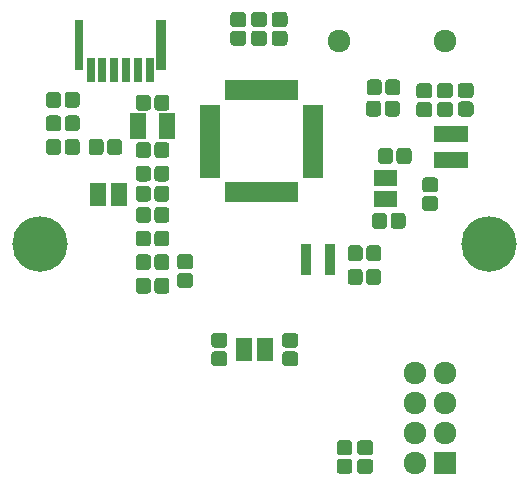
<source format=gts>
G04 #@! TF.GenerationSoftware,KiCad,Pcbnew,(5.0.0)*
G04 #@! TF.CreationDate,2019-03-22T22:35:01+01:00*
G04 #@! TF.ProjectId,nrf24l01-node,6E726632346C30312D6E6F64652E6B69,rev?*
G04 #@! TF.SameCoordinates,Original*
G04 #@! TF.FileFunction,Soldermask,Top*
G04 #@! TF.FilePolarity,Negative*
%FSLAX46Y46*%
G04 Gerber Fmt 4.6, Leading zero omitted, Abs format (unit mm)*
G04 Created by KiCad (PCBNEW (5.0.0)) date 03/22/19 22:35:01*
%MOMM*%
%LPD*%
G01*
G04 APERTURE LIST*
%ADD10C,0.100000*%
%ADD11C,1.275000*%
%ADD12R,1.400000X0.700000*%
%ADD13C,4.700000*%
%ADD14R,0.820000X4.320000*%
%ADD15R,0.720000X2.120000*%
%ADD16R,0.800000X4.300000*%
%ADD17R,1.400000X2.200000*%
%ADD18R,0.700000X1.400000*%
%ADD19C,1.924000*%
%ADD20R,1.700000X0.650000*%
%ADD21R,0.650000X1.700000*%
%ADD22R,1.050000X1.460000*%
%ADD23R,1.924000X1.924000*%
%ADD24R,0.900000X0.750000*%
G04 APERTURE END LIST*
D10*
G04 #@! TO.C,C21*
G36*
X77287493Y-156551535D02*
X77318435Y-156556125D01*
X77348778Y-156563725D01*
X77378230Y-156574263D01*
X77406508Y-156587638D01*
X77433338Y-156603719D01*
X77458463Y-156622353D01*
X77481640Y-156643360D01*
X77502647Y-156666537D01*
X77521281Y-156691662D01*
X77537362Y-156718492D01*
X77550737Y-156746770D01*
X77561275Y-156776222D01*
X77568875Y-156806565D01*
X77573465Y-156837507D01*
X77575000Y-156868750D01*
X77575000Y-157506250D01*
X77573465Y-157537493D01*
X77568875Y-157568435D01*
X77561275Y-157598778D01*
X77550737Y-157628230D01*
X77537362Y-157656508D01*
X77521281Y-157683338D01*
X77502647Y-157708463D01*
X77481640Y-157731640D01*
X77458463Y-157752647D01*
X77433338Y-157771281D01*
X77406508Y-157787362D01*
X77378230Y-157800737D01*
X77348778Y-157811275D01*
X77318435Y-157818875D01*
X77287493Y-157823465D01*
X77256250Y-157825000D01*
X76543750Y-157825000D01*
X76512507Y-157823465D01*
X76481565Y-157818875D01*
X76451222Y-157811275D01*
X76421770Y-157800737D01*
X76393492Y-157787362D01*
X76366662Y-157771281D01*
X76341537Y-157752647D01*
X76318360Y-157731640D01*
X76297353Y-157708463D01*
X76278719Y-157683338D01*
X76262638Y-157656508D01*
X76249263Y-157628230D01*
X76238725Y-157598778D01*
X76231125Y-157568435D01*
X76226535Y-157537493D01*
X76225000Y-157506250D01*
X76225000Y-156868750D01*
X76226535Y-156837507D01*
X76231125Y-156806565D01*
X76238725Y-156776222D01*
X76249263Y-156746770D01*
X76262638Y-156718492D01*
X76278719Y-156691662D01*
X76297353Y-156666537D01*
X76318360Y-156643360D01*
X76341537Y-156622353D01*
X76366662Y-156603719D01*
X76393492Y-156587638D01*
X76421770Y-156574263D01*
X76451222Y-156563725D01*
X76481565Y-156556125D01*
X76512507Y-156551535D01*
X76543750Y-156550000D01*
X77256250Y-156550000D01*
X77287493Y-156551535D01*
X77287493Y-156551535D01*
G37*
D11*
X76900000Y-157187500D03*
D10*
G36*
X77287493Y-154976535D02*
X77318435Y-154981125D01*
X77348778Y-154988725D01*
X77378230Y-154999263D01*
X77406508Y-155012638D01*
X77433338Y-155028719D01*
X77458463Y-155047353D01*
X77481640Y-155068360D01*
X77502647Y-155091537D01*
X77521281Y-155116662D01*
X77537362Y-155143492D01*
X77550737Y-155171770D01*
X77561275Y-155201222D01*
X77568875Y-155231565D01*
X77573465Y-155262507D01*
X77575000Y-155293750D01*
X77575000Y-155931250D01*
X77573465Y-155962493D01*
X77568875Y-155993435D01*
X77561275Y-156023778D01*
X77550737Y-156053230D01*
X77537362Y-156081508D01*
X77521281Y-156108338D01*
X77502647Y-156133463D01*
X77481640Y-156156640D01*
X77458463Y-156177647D01*
X77433338Y-156196281D01*
X77406508Y-156212362D01*
X77378230Y-156225737D01*
X77348778Y-156236275D01*
X77318435Y-156243875D01*
X77287493Y-156248465D01*
X77256250Y-156250000D01*
X76543750Y-156250000D01*
X76512507Y-156248465D01*
X76481565Y-156243875D01*
X76451222Y-156236275D01*
X76421770Y-156225737D01*
X76393492Y-156212362D01*
X76366662Y-156196281D01*
X76341537Y-156177647D01*
X76318360Y-156156640D01*
X76297353Y-156133463D01*
X76278719Y-156108338D01*
X76262638Y-156081508D01*
X76249263Y-156053230D01*
X76238725Y-156023778D01*
X76231125Y-155993435D01*
X76226535Y-155962493D01*
X76225000Y-155931250D01*
X76225000Y-155293750D01*
X76226535Y-155262507D01*
X76231125Y-155231565D01*
X76238725Y-155201222D01*
X76249263Y-155171770D01*
X76262638Y-155143492D01*
X76278719Y-155116662D01*
X76297353Y-155091537D01*
X76318360Y-155068360D01*
X76341537Y-155047353D01*
X76366662Y-155028719D01*
X76393492Y-155012638D01*
X76421770Y-154999263D01*
X76451222Y-154988725D01*
X76481565Y-154981125D01*
X76512507Y-154976535D01*
X76543750Y-154975000D01*
X77256250Y-154975000D01*
X77287493Y-154976535D01*
X77287493Y-154976535D01*
G37*
D11*
X76900000Y-155612500D03*
G04 #@! TD*
D10*
G04 #@! TO.C,C20*
G36*
X71287493Y-154976535D02*
X71318435Y-154981125D01*
X71348778Y-154988725D01*
X71378230Y-154999263D01*
X71406508Y-155012638D01*
X71433338Y-155028719D01*
X71458463Y-155047353D01*
X71481640Y-155068360D01*
X71502647Y-155091537D01*
X71521281Y-155116662D01*
X71537362Y-155143492D01*
X71550737Y-155171770D01*
X71561275Y-155201222D01*
X71568875Y-155231565D01*
X71573465Y-155262507D01*
X71575000Y-155293750D01*
X71575000Y-155931250D01*
X71573465Y-155962493D01*
X71568875Y-155993435D01*
X71561275Y-156023778D01*
X71550737Y-156053230D01*
X71537362Y-156081508D01*
X71521281Y-156108338D01*
X71502647Y-156133463D01*
X71481640Y-156156640D01*
X71458463Y-156177647D01*
X71433338Y-156196281D01*
X71406508Y-156212362D01*
X71378230Y-156225737D01*
X71348778Y-156236275D01*
X71318435Y-156243875D01*
X71287493Y-156248465D01*
X71256250Y-156250000D01*
X70543750Y-156250000D01*
X70512507Y-156248465D01*
X70481565Y-156243875D01*
X70451222Y-156236275D01*
X70421770Y-156225737D01*
X70393492Y-156212362D01*
X70366662Y-156196281D01*
X70341537Y-156177647D01*
X70318360Y-156156640D01*
X70297353Y-156133463D01*
X70278719Y-156108338D01*
X70262638Y-156081508D01*
X70249263Y-156053230D01*
X70238725Y-156023778D01*
X70231125Y-155993435D01*
X70226535Y-155962493D01*
X70225000Y-155931250D01*
X70225000Y-155293750D01*
X70226535Y-155262507D01*
X70231125Y-155231565D01*
X70238725Y-155201222D01*
X70249263Y-155171770D01*
X70262638Y-155143492D01*
X70278719Y-155116662D01*
X70297353Y-155091537D01*
X70318360Y-155068360D01*
X70341537Y-155047353D01*
X70366662Y-155028719D01*
X70393492Y-155012638D01*
X70421770Y-154999263D01*
X70451222Y-154988725D01*
X70481565Y-154981125D01*
X70512507Y-154976535D01*
X70543750Y-154975000D01*
X71256250Y-154975000D01*
X71287493Y-154976535D01*
X71287493Y-154976535D01*
G37*
D11*
X70900000Y-155612500D03*
D10*
G36*
X71287493Y-156551535D02*
X71318435Y-156556125D01*
X71348778Y-156563725D01*
X71378230Y-156574263D01*
X71406508Y-156587638D01*
X71433338Y-156603719D01*
X71458463Y-156622353D01*
X71481640Y-156643360D01*
X71502647Y-156666537D01*
X71521281Y-156691662D01*
X71537362Y-156718492D01*
X71550737Y-156746770D01*
X71561275Y-156776222D01*
X71568875Y-156806565D01*
X71573465Y-156837507D01*
X71575000Y-156868750D01*
X71575000Y-157506250D01*
X71573465Y-157537493D01*
X71568875Y-157568435D01*
X71561275Y-157598778D01*
X71550737Y-157628230D01*
X71537362Y-157656508D01*
X71521281Y-157683338D01*
X71502647Y-157708463D01*
X71481640Y-157731640D01*
X71458463Y-157752647D01*
X71433338Y-157771281D01*
X71406508Y-157787362D01*
X71378230Y-157800737D01*
X71348778Y-157811275D01*
X71318435Y-157818875D01*
X71287493Y-157823465D01*
X71256250Y-157825000D01*
X70543750Y-157825000D01*
X70512507Y-157823465D01*
X70481565Y-157818875D01*
X70451222Y-157811275D01*
X70421770Y-157800737D01*
X70393492Y-157787362D01*
X70366662Y-157771281D01*
X70341537Y-157752647D01*
X70318360Y-157731640D01*
X70297353Y-157708463D01*
X70278719Y-157683338D01*
X70262638Y-157656508D01*
X70249263Y-157628230D01*
X70238725Y-157598778D01*
X70231125Y-157568435D01*
X70226535Y-157537493D01*
X70225000Y-157506250D01*
X70225000Y-156868750D01*
X70226535Y-156837507D01*
X70231125Y-156806565D01*
X70238725Y-156776222D01*
X70249263Y-156746770D01*
X70262638Y-156718492D01*
X70278719Y-156691662D01*
X70297353Y-156666537D01*
X70318360Y-156643360D01*
X70341537Y-156622353D01*
X70366662Y-156603719D01*
X70393492Y-156587638D01*
X70421770Y-156574263D01*
X70451222Y-156563725D01*
X70481565Y-156556125D01*
X70512507Y-156551535D01*
X70543750Y-156550000D01*
X71256250Y-156550000D01*
X71287493Y-156551535D01*
X71287493Y-156551535D01*
G37*
D11*
X70900000Y-157187500D03*
G04 #@! TD*
D10*
G04 #@! TO.C,R9*
G36*
X84362493Y-133526535D02*
X84393435Y-133531125D01*
X84423778Y-133538725D01*
X84453230Y-133549263D01*
X84481508Y-133562638D01*
X84508338Y-133578719D01*
X84533463Y-133597353D01*
X84556640Y-133618360D01*
X84577647Y-133641537D01*
X84596281Y-133666662D01*
X84612362Y-133693492D01*
X84625737Y-133721770D01*
X84636275Y-133751222D01*
X84643875Y-133781565D01*
X84648465Y-133812507D01*
X84650000Y-133843750D01*
X84650000Y-134556250D01*
X84648465Y-134587493D01*
X84643875Y-134618435D01*
X84636275Y-134648778D01*
X84625737Y-134678230D01*
X84612362Y-134706508D01*
X84596281Y-134733338D01*
X84577647Y-134758463D01*
X84556640Y-134781640D01*
X84533463Y-134802647D01*
X84508338Y-134821281D01*
X84481508Y-134837362D01*
X84453230Y-134850737D01*
X84423778Y-134861275D01*
X84393435Y-134868875D01*
X84362493Y-134873465D01*
X84331250Y-134875000D01*
X83693750Y-134875000D01*
X83662507Y-134873465D01*
X83631565Y-134868875D01*
X83601222Y-134861275D01*
X83571770Y-134850737D01*
X83543492Y-134837362D01*
X83516662Y-134821281D01*
X83491537Y-134802647D01*
X83468360Y-134781640D01*
X83447353Y-134758463D01*
X83428719Y-134733338D01*
X83412638Y-134706508D01*
X83399263Y-134678230D01*
X83388725Y-134648778D01*
X83381125Y-134618435D01*
X83376535Y-134587493D01*
X83375000Y-134556250D01*
X83375000Y-133843750D01*
X83376535Y-133812507D01*
X83381125Y-133781565D01*
X83388725Y-133751222D01*
X83399263Y-133721770D01*
X83412638Y-133693492D01*
X83428719Y-133666662D01*
X83447353Y-133641537D01*
X83468360Y-133618360D01*
X83491537Y-133597353D01*
X83516662Y-133578719D01*
X83543492Y-133562638D01*
X83571770Y-133549263D01*
X83601222Y-133538725D01*
X83631565Y-133531125D01*
X83662507Y-133526535D01*
X83693750Y-133525000D01*
X84331250Y-133525000D01*
X84362493Y-133526535D01*
X84362493Y-133526535D01*
G37*
D11*
X84012500Y-134200000D03*
D10*
G36*
X85937493Y-133526535D02*
X85968435Y-133531125D01*
X85998778Y-133538725D01*
X86028230Y-133549263D01*
X86056508Y-133562638D01*
X86083338Y-133578719D01*
X86108463Y-133597353D01*
X86131640Y-133618360D01*
X86152647Y-133641537D01*
X86171281Y-133666662D01*
X86187362Y-133693492D01*
X86200737Y-133721770D01*
X86211275Y-133751222D01*
X86218875Y-133781565D01*
X86223465Y-133812507D01*
X86225000Y-133843750D01*
X86225000Y-134556250D01*
X86223465Y-134587493D01*
X86218875Y-134618435D01*
X86211275Y-134648778D01*
X86200737Y-134678230D01*
X86187362Y-134706508D01*
X86171281Y-134733338D01*
X86152647Y-134758463D01*
X86131640Y-134781640D01*
X86108463Y-134802647D01*
X86083338Y-134821281D01*
X86056508Y-134837362D01*
X86028230Y-134850737D01*
X85998778Y-134861275D01*
X85968435Y-134868875D01*
X85937493Y-134873465D01*
X85906250Y-134875000D01*
X85268750Y-134875000D01*
X85237507Y-134873465D01*
X85206565Y-134868875D01*
X85176222Y-134861275D01*
X85146770Y-134850737D01*
X85118492Y-134837362D01*
X85091662Y-134821281D01*
X85066537Y-134802647D01*
X85043360Y-134781640D01*
X85022353Y-134758463D01*
X85003719Y-134733338D01*
X84987638Y-134706508D01*
X84974263Y-134678230D01*
X84963725Y-134648778D01*
X84956125Y-134618435D01*
X84951535Y-134587493D01*
X84950000Y-134556250D01*
X84950000Y-133843750D01*
X84951535Y-133812507D01*
X84956125Y-133781565D01*
X84963725Y-133751222D01*
X84974263Y-133721770D01*
X84987638Y-133693492D01*
X85003719Y-133666662D01*
X85022353Y-133641537D01*
X85043360Y-133618360D01*
X85066537Y-133597353D01*
X85091662Y-133578719D01*
X85118492Y-133562638D01*
X85146770Y-133549263D01*
X85176222Y-133538725D01*
X85206565Y-133531125D01*
X85237507Y-133526535D01*
X85268750Y-133525000D01*
X85906250Y-133525000D01*
X85937493Y-133526535D01*
X85937493Y-133526535D01*
G37*
D11*
X85587500Y-134200000D03*
G04 #@! TD*
D12*
G04 #@! TO.C,IC5*
X73000000Y-155775000D03*
X73000000Y-156400000D03*
X73000000Y-157025000D03*
X74800000Y-157025000D03*
X74800000Y-156400000D03*
X74800000Y-155775000D03*
G04 #@! TD*
D13*
G04 #@! TO.C,REF\002A\002A*
X55750000Y-147500000D03*
G04 #@! TD*
G04 #@! TO.C,REF\002A\002A*
X93750000Y-147500000D03*
G04 #@! TD*
D10*
G04 #@! TO.C,C19*
G36*
X68387493Y-149901535D02*
X68418435Y-149906125D01*
X68448778Y-149913725D01*
X68478230Y-149924263D01*
X68506508Y-149937638D01*
X68533338Y-149953719D01*
X68558463Y-149972353D01*
X68581640Y-149993360D01*
X68602647Y-150016537D01*
X68621281Y-150041662D01*
X68637362Y-150068492D01*
X68650737Y-150096770D01*
X68661275Y-150126222D01*
X68668875Y-150156565D01*
X68673465Y-150187507D01*
X68675000Y-150218750D01*
X68675000Y-150856250D01*
X68673465Y-150887493D01*
X68668875Y-150918435D01*
X68661275Y-150948778D01*
X68650737Y-150978230D01*
X68637362Y-151006508D01*
X68621281Y-151033338D01*
X68602647Y-151058463D01*
X68581640Y-151081640D01*
X68558463Y-151102647D01*
X68533338Y-151121281D01*
X68506508Y-151137362D01*
X68478230Y-151150737D01*
X68448778Y-151161275D01*
X68418435Y-151168875D01*
X68387493Y-151173465D01*
X68356250Y-151175000D01*
X67643750Y-151175000D01*
X67612507Y-151173465D01*
X67581565Y-151168875D01*
X67551222Y-151161275D01*
X67521770Y-151150737D01*
X67493492Y-151137362D01*
X67466662Y-151121281D01*
X67441537Y-151102647D01*
X67418360Y-151081640D01*
X67397353Y-151058463D01*
X67378719Y-151033338D01*
X67362638Y-151006508D01*
X67349263Y-150978230D01*
X67338725Y-150948778D01*
X67331125Y-150918435D01*
X67326535Y-150887493D01*
X67325000Y-150856250D01*
X67325000Y-150218750D01*
X67326535Y-150187507D01*
X67331125Y-150156565D01*
X67338725Y-150126222D01*
X67349263Y-150096770D01*
X67362638Y-150068492D01*
X67378719Y-150041662D01*
X67397353Y-150016537D01*
X67418360Y-149993360D01*
X67441537Y-149972353D01*
X67466662Y-149953719D01*
X67493492Y-149937638D01*
X67521770Y-149924263D01*
X67551222Y-149913725D01*
X67581565Y-149906125D01*
X67612507Y-149901535D01*
X67643750Y-149900000D01*
X68356250Y-149900000D01*
X68387493Y-149901535D01*
X68387493Y-149901535D01*
G37*
D11*
X68000000Y-150537500D03*
D10*
G36*
X68387493Y-148326535D02*
X68418435Y-148331125D01*
X68448778Y-148338725D01*
X68478230Y-148349263D01*
X68506508Y-148362638D01*
X68533338Y-148378719D01*
X68558463Y-148397353D01*
X68581640Y-148418360D01*
X68602647Y-148441537D01*
X68621281Y-148466662D01*
X68637362Y-148493492D01*
X68650737Y-148521770D01*
X68661275Y-148551222D01*
X68668875Y-148581565D01*
X68673465Y-148612507D01*
X68675000Y-148643750D01*
X68675000Y-149281250D01*
X68673465Y-149312493D01*
X68668875Y-149343435D01*
X68661275Y-149373778D01*
X68650737Y-149403230D01*
X68637362Y-149431508D01*
X68621281Y-149458338D01*
X68602647Y-149483463D01*
X68581640Y-149506640D01*
X68558463Y-149527647D01*
X68533338Y-149546281D01*
X68506508Y-149562362D01*
X68478230Y-149575737D01*
X68448778Y-149586275D01*
X68418435Y-149593875D01*
X68387493Y-149598465D01*
X68356250Y-149600000D01*
X67643750Y-149600000D01*
X67612507Y-149598465D01*
X67581565Y-149593875D01*
X67551222Y-149586275D01*
X67521770Y-149575737D01*
X67493492Y-149562362D01*
X67466662Y-149546281D01*
X67441537Y-149527647D01*
X67418360Y-149506640D01*
X67397353Y-149483463D01*
X67378719Y-149458338D01*
X67362638Y-149431508D01*
X67349263Y-149403230D01*
X67338725Y-149373778D01*
X67331125Y-149343435D01*
X67326535Y-149312493D01*
X67325000Y-149281250D01*
X67325000Y-148643750D01*
X67326535Y-148612507D01*
X67331125Y-148581565D01*
X67338725Y-148551222D01*
X67349263Y-148521770D01*
X67362638Y-148493492D01*
X67378719Y-148466662D01*
X67397353Y-148441537D01*
X67418360Y-148418360D01*
X67441537Y-148397353D01*
X67466662Y-148378719D01*
X67493492Y-148362638D01*
X67521770Y-148349263D01*
X67551222Y-148338725D01*
X67581565Y-148331125D01*
X67612507Y-148326535D01*
X67643750Y-148325000D01*
X68356250Y-148325000D01*
X68387493Y-148326535D01*
X68387493Y-148326535D01*
G37*
D11*
X68000000Y-148962500D03*
G04 #@! TD*
D10*
G04 #@! TO.C,C4*
G36*
X62387493Y-138576535D02*
X62418435Y-138581125D01*
X62448778Y-138588725D01*
X62478230Y-138599263D01*
X62506508Y-138612638D01*
X62533338Y-138628719D01*
X62558463Y-138647353D01*
X62581640Y-138668360D01*
X62602647Y-138691537D01*
X62621281Y-138716662D01*
X62637362Y-138743492D01*
X62650737Y-138771770D01*
X62661275Y-138801222D01*
X62668875Y-138831565D01*
X62673465Y-138862507D01*
X62675000Y-138893750D01*
X62675000Y-139606250D01*
X62673465Y-139637493D01*
X62668875Y-139668435D01*
X62661275Y-139698778D01*
X62650737Y-139728230D01*
X62637362Y-139756508D01*
X62621281Y-139783338D01*
X62602647Y-139808463D01*
X62581640Y-139831640D01*
X62558463Y-139852647D01*
X62533338Y-139871281D01*
X62506508Y-139887362D01*
X62478230Y-139900737D01*
X62448778Y-139911275D01*
X62418435Y-139918875D01*
X62387493Y-139923465D01*
X62356250Y-139925000D01*
X61718750Y-139925000D01*
X61687507Y-139923465D01*
X61656565Y-139918875D01*
X61626222Y-139911275D01*
X61596770Y-139900737D01*
X61568492Y-139887362D01*
X61541662Y-139871281D01*
X61516537Y-139852647D01*
X61493360Y-139831640D01*
X61472353Y-139808463D01*
X61453719Y-139783338D01*
X61437638Y-139756508D01*
X61424263Y-139728230D01*
X61413725Y-139698778D01*
X61406125Y-139668435D01*
X61401535Y-139637493D01*
X61400000Y-139606250D01*
X61400000Y-138893750D01*
X61401535Y-138862507D01*
X61406125Y-138831565D01*
X61413725Y-138801222D01*
X61424263Y-138771770D01*
X61437638Y-138743492D01*
X61453719Y-138716662D01*
X61472353Y-138691537D01*
X61493360Y-138668360D01*
X61516537Y-138647353D01*
X61541662Y-138628719D01*
X61568492Y-138612638D01*
X61596770Y-138599263D01*
X61626222Y-138588725D01*
X61656565Y-138581125D01*
X61687507Y-138576535D01*
X61718750Y-138575000D01*
X62356250Y-138575000D01*
X62387493Y-138576535D01*
X62387493Y-138576535D01*
G37*
D11*
X62037500Y-139250000D03*
D10*
G36*
X60812493Y-138576535D02*
X60843435Y-138581125D01*
X60873778Y-138588725D01*
X60903230Y-138599263D01*
X60931508Y-138612638D01*
X60958338Y-138628719D01*
X60983463Y-138647353D01*
X61006640Y-138668360D01*
X61027647Y-138691537D01*
X61046281Y-138716662D01*
X61062362Y-138743492D01*
X61075737Y-138771770D01*
X61086275Y-138801222D01*
X61093875Y-138831565D01*
X61098465Y-138862507D01*
X61100000Y-138893750D01*
X61100000Y-139606250D01*
X61098465Y-139637493D01*
X61093875Y-139668435D01*
X61086275Y-139698778D01*
X61075737Y-139728230D01*
X61062362Y-139756508D01*
X61046281Y-139783338D01*
X61027647Y-139808463D01*
X61006640Y-139831640D01*
X60983463Y-139852647D01*
X60958338Y-139871281D01*
X60931508Y-139887362D01*
X60903230Y-139900737D01*
X60873778Y-139911275D01*
X60843435Y-139918875D01*
X60812493Y-139923465D01*
X60781250Y-139925000D01*
X60143750Y-139925000D01*
X60112507Y-139923465D01*
X60081565Y-139918875D01*
X60051222Y-139911275D01*
X60021770Y-139900737D01*
X59993492Y-139887362D01*
X59966662Y-139871281D01*
X59941537Y-139852647D01*
X59918360Y-139831640D01*
X59897353Y-139808463D01*
X59878719Y-139783338D01*
X59862638Y-139756508D01*
X59849263Y-139728230D01*
X59838725Y-139698778D01*
X59831125Y-139668435D01*
X59826535Y-139637493D01*
X59825000Y-139606250D01*
X59825000Y-138893750D01*
X59826535Y-138862507D01*
X59831125Y-138831565D01*
X59838725Y-138801222D01*
X59849263Y-138771770D01*
X59862638Y-138743492D01*
X59878719Y-138716662D01*
X59897353Y-138691537D01*
X59918360Y-138668360D01*
X59941537Y-138647353D01*
X59966662Y-138628719D01*
X59993492Y-138612638D01*
X60021770Y-138599263D01*
X60051222Y-138588725D01*
X60081565Y-138581125D01*
X60112507Y-138576535D01*
X60143750Y-138575000D01*
X60781250Y-138575000D01*
X60812493Y-138576535D01*
X60812493Y-138576535D01*
G37*
D11*
X60462500Y-139250000D03*
G04 #@! TD*
D12*
G04 #@! TO.C,IC4*
X60600000Y-142625000D03*
X60600000Y-143250000D03*
X60600000Y-143875000D03*
X62400000Y-143875000D03*
X62400000Y-143250000D03*
X62400000Y-142625000D03*
G04 #@! TD*
D10*
G04 #@! TO.C,R8*
G36*
X64812493Y-150326535D02*
X64843435Y-150331125D01*
X64873778Y-150338725D01*
X64903230Y-150349263D01*
X64931508Y-150362638D01*
X64958338Y-150378719D01*
X64983463Y-150397353D01*
X65006640Y-150418360D01*
X65027647Y-150441537D01*
X65046281Y-150466662D01*
X65062362Y-150493492D01*
X65075737Y-150521770D01*
X65086275Y-150551222D01*
X65093875Y-150581565D01*
X65098465Y-150612507D01*
X65100000Y-150643750D01*
X65100000Y-151356250D01*
X65098465Y-151387493D01*
X65093875Y-151418435D01*
X65086275Y-151448778D01*
X65075737Y-151478230D01*
X65062362Y-151506508D01*
X65046281Y-151533338D01*
X65027647Y-151558463D01*
X65006640Y-151581640D01*
X64983463Y-151602647D01*
X64958338Y-151621281D01*
X64931508Y-151637362D01*
X64903230Y-151650737D01*
X64873778Y-151661275D01*
X64843435Y-151668875D01*
X64812493Y-151673465D01*
X64781250Y-151675000D01*
X64143750Y-151675000D01*
X64112507Y-151673465D01*
X64081565Y-151668875D01*
X64051222Y-151661275D01*
X64021770Y-151650737D01*
X63993492Y-151637362D01*
X63966662Y-151621281D01*
X63941537Y-151602647D01*
X63918360Y-151581640D01*
X63897353Y-151558463D01*
X63878719Y-151533338D01*
X63862638Y-151506508D01*
X63849263Y-151478230D01*
X63838725Y-151448778D01*
X63831125Y-151418435D01*
X63826535Y-151387493D01*
X63825000Y-151356250D01*
X63825000Y-150643750D01*
X63826535Y-150612507D01*
X63831125Y-150581565D01*
X63838725Y-150551222D01*
X63849263Y-150521770D01*
X63862638Y-150493492D01*
X63878719Y-150466662D01*
X63897353Y-150441537D01*
X63918360Y-150418360D01*
X63941537Y-150397353D01*
X63966662Y-150378719D01*
X63993492Y-150362638D01*
X64021770Y-150349263D01*
X64051222Y-150338725D01*
X64081565Y-150331125D01*
X64112507Y-150326535D01*
X64143750Y-150325000D01*
X64781250Y-150325000D01*
X64812493Y-150326535D01*
X64812493Y-150326535D01*
G37*
D11*
X64462500Y-151000000D03*
D10*
G36*
X66387493Y-150326535D02*
X66418435Y-150331125D01*
X66448778Y-150338725D01*
X66478230Y-150349263D01*
X66506508Y-150362638D01*
X66533338Y-150378719D01*
X66558463Y-150397353D01*
X66581640Y-150418360D01*
X66602647Y-150441537D01*
X66621281Y-150466662D01*
X66637362Y-150493492D01*
X66650737Y-150521770D01*
X66661275Y-150551222D01*
X66668875Y-150581565D01*
X66673465Y-150612507D01*
X66675000Y-150643750D01*
X66675000Y-151356250D01*
X66673465Y-151387493D01*
X66668875Y-151418435D01*
X66661275Y-151448778D01*
X66650737Y-151478230D01*
X66637362Y-151506508D01*
X66621281Y-151533338D01*
X66602647Y-151558463D01*
X66581640Y-151581640D01*
X66558463Y-151602647D01*
X66533338Y-151621281D01*
X66506508Y-151637362D01*
X66478230Y-151650737D01*
X66448778Y-151661275D01*
X66418435Y-151668875D01*
X66387493Y-151673465D01*
X66356250Y-151675000D01*
X65718750Y-151675000D01*
X65687507Y-151673465D01*
X65656565Y-151668875D01*
X65626222Y-151661275D01*
X65596770Y-151650737D01*
X65568492Y-151637362D01*
X65541662Y-151621281D01*
X65516537Y-151602647D01*
X65493360Y-151581640D01*
X65472353Y-151558463D01*
X65453719Y-151533338D01*
X65437638Y-151506508D01*
X65424263Y-151478230D01*
X65413725Y-151448778D01*
X65406125Y-151418435D01*
X65401535Y-151387493D01*
X65400000Y-151356250D01*
X65400000Y-150643750D01*
X65401535Y-150612507D01*
X65406125Y-150581565D01*
X65413725Y-150551222D01*
X65424263Y-150521770D01*
X65437638Y-150493492D01*
X65453719Y-150466662D01*
X65472353Y-150441537D01*
X65493360Y-150418360D01*
X65516537Y-150397353D01*
X65541662Y-150378719D01*
X65568492Y-150362638D01*
X65596770Y-150349263D01*
X65626222Y-150338725D01*
X65656565Y-150331125D01*
X65687507Y-150326535D01*
X65718750Y-150325000D01*
X66356250Y-150325000D01*
X66387493Y-150326535D01*
X66387493Y-150326535D01*
G37*
D11*
X66037500Y-151000000D03*
G04 #@! TD*
D10*
G04 #@! TO.C,R7*
G36*
X66387493Y-148326535D02*
X66418435Y-148331125D01*
X66448778Y-148338725D01*
X66478230Y-148349263D01*
X66506508Y-148362638D01*
X66533338Y-148378719D01*
X66558463Y-148397353D01*
X66581640Y-148418360D01*
X66602647Y-148441537D01*
X66621281Y-148466662D01*
X66637362Y-148493492D01*
X66650737Y-148521770D01*
X66661275Y-148551222D01*
X66668875Y-148581565D01*
X66673465Y-148612507D01*
X66675000Y-148643750D01*
X66675000Y-149356250D01*
X66673465Y-149387493D01*
X66668875Y-149418435D01*
X66661275Y-149448778D01*
X66650737Y-149478230D01*
X66637362Y-149506508D01*
X66621281Y-149533338D01*
X66602647Y-149558463D01*
X66581640Y-149581640D01*
X66558463Y-149602647D01*
X66533338Y-149621281D01*
X66506508Y-149637362D01*
X66478230Y-149650737D01*
X66448778Y-149661275D01*
X66418435Y-149668875D01*
X66387493Y-149673465D01*
X66356250Y-149675000D01*
X65718750Y-149675000D01*
X65687507Y-149673465D01*
X65656565Y-149668875D01*
X65626222Y-149661275D01*
X65596770Y-149650737D01*
X65568492Y-149637362D01*
X65541662Y-149621281D01*
X65516537Y-149602647D01*
X65493360Y-149581640D01*
X65472353Y-149558463D01*
X65453719Y-149533338D01*
X65437638Y-149506508D01*
X65424263Y-149478230D01*
X65413725Y-149448778D01*
X65406125Y-149418435D01*
X65401535Y-149387493D01*
X65400000Y-149356250D01*
X65400000Y-148643750D01*
X65401535Y-148612507D01*
X65406125Y-148581565D01*
X65413725Y-148551222D01*
X65424263Y-148521770D01*
X65437638Y-148493492D01*
X65453719Y-148466662D01*
X65472353Y-148441537D01*
X65493360Y-148418360D01*
X65516537Y-148397353D01*
X65541662Y-148378719D01*
X65568492Y-148362638D01*
X65596770Y-148349263D01*
X65626222Y-148338725D01*
X65656565Y-148331125D01*
X65687507Y-148326535D01*
X65718750Y-148325000D01*
X66356250Y-148325000D01*
X66387493Y-148326535D01*
X66387493Y-148326535D01*
G37*
D11*
X66037500Y-149000000D03*
D10*
G36*
X64812493Y-148326535D02*
X64843435Y-148331125D01*
X64873778Y-148338725D01*
X64903230Y-148349263D01*
X64931508Y-148362638D01*
X64958338Y-148378719D01*
X64983463Y-148397353D01*
X65006640Y-148418360D01*
X65027647Y-148441537D01*
X65046281Y-148466662D01*
X65062362Y-148493492D01*
X65075737Y-148521770D01*
X65086275Y-148551222D01*
X65093875Y-148581565D01*
X65098465Y-148612507D01*
X65100000Y-148643750D01*
X65100000Y-149356250D01*
X65098465Y-149387493D01*
X65093875Y-149418435D01*
X65086275Y-149448778D01*
X65075737Y-149478230D01*
X65062362Y-149506508D01*
X65046281Y-149533338D01*
X65027647Y-149558463D01*
X65006640Y-149581640D01*
X64983463Y-149602647D01*
X64958338Y-149621281D01*
X64931508Y-149637362D01*
X64903230Y-149650737D01*
X64873778Y-149661275D01*
X64843435Y-149668875D01*
X64812493Y-149673465D01*
X64781250Y-149675000D01*
X64143750Y-149675000D01*
X64112507Y-149673465D01*
X64081565Y-149668875D01*
X64051222Y-149661275D01*
X64021770Y-149650737D01*
X63993492Y-149637362D01*
X63966662Y-149621281D01*
X63941537Y-149602647D01*
X63918360Y-149581640D01*
X63897353Y-149558463D01*
X63878719Y-149533338D01*
X63862638Y-149506508D01*
X63849263Y-149478230D01*
X63838725Y-149448778D01*
X63831125Y-149418435D01*
X63826535Y-149387493D01*
X63825000Y-149356250D01*
X63825000Y-148643750D01*
X63826535Y-148612507D01*
X63831125Y-148581565D01*
X63838725Y-148551222D01*
X63849263Y-148521770D01*
X63862638Y-148493492D01*
X63878719Y-148466662D01*
X63897353Y-148441537D01*
X63918360Y-148418360D01*
X63941537Y-148397353D01*
X63966662Y-148378719D01*
X63993492Y-148362638D01*
X64021770Y-148349263D01*
X64051222Y-148338725D01*
X64081565Y-148331125D01*
X64112507Y-148326535D01*
X64143750Y-148325000D01*
X64781250Y-148325000D01*
X64812493Y-148326535D01*
X64812493Y-148326535D01*
G37*
D11*
X64462500Y-149000000D03*
G04 #@! TD*
D14*
G04 #@! TO.C,CON1*
X66000000Y-130650000D03*
D15*
X65000000Y-132750000D03*
X64000000Y-132750000D03*
X63000000Y-132750000D03*
X62000000Y-132750000D03*
X61000000Y-132750000D03*
X60000000Y-132750000D03*
D16*
X59000000Y-130650000D03*
G04 #@! TD*
D10*
G04 #@! TO.C,C18*
G36*
X76387493Y-127826535D02*
X76418435Y-127831125D01*
X76448778Y-127838725D01*
X76478230Y-127849263D01*
X76506508Y-127862638D01*
X76533338Y-127878719D01*
X76558463Y-127897353D01*
X76581640Y-127918360D01*
X76602647Y-127941537D01*
X76621281Y-127966662D01*
X76637362Y-127993492D01*
X76650737Y-128021770D01*
X76661275Y-128051222D01*
X76668875Y-128081565D01*
X76673465Y-128112507D01*
X76675000Y-128143750D01*
X76675000Y-128781250D01*
X76673465Y-128812493D01*
X76668875Y-128843435D01*
X76661275Y-128873778D01*
X76650737Y-128903230D01*
X76637362Y-128931508D01*
X76621281Y-128958338D01*
X76602647Y-128983463D01*
X76581640Y-129006640D01*
X76558463Y-129027647D01*
X76533338Y-129046281D01*
X76506508Y-129062362D01*
X76478230Y-129075737D01*
X76448778Y-129086275D01*
X76418435Y-129093875D01*
X76387493Y-129098465D01*
X76356250Y-129100000D01*
X75643750Y-129100000D01*
X75612507Y-129098465D01*
X75581565Y-129093875D01*
X75551222Y-129086275D01*
X75521770Y-129075737D01*
X75493492Y-129062362D01*
X75466662Y-129046281D01*
X75441537Y-129027647D01*
X75418360Y-129006640D01*
X75397353Y-128983463D01*
X75378719Y-128958338D01*
X75362638Y-128931508D01*
X75349263Y-128903230D01*
X75338725Y-128873778D01*
X75331125Y-128843435D01*
X75326535Y-128812493D01*
X75325000Y-128781250D01*
X75325000Y-128143750D01*
X75326535Y-128112507D01*
X75331125Y-128081565D01*
X75338725Y-128051222D01*
X75349263Y-128021770D01*
X75362638Y-127993492D01*
X75378719Y-127966662D01*
X75397353Y-127941537D01*
X75418360Y-127918360D01*
X75441537Y-127897353D01*
X75466662Y-127878719D01*
X75493492Y-127862638D01*
X75521770Y-127849263D01*
X75551222Y-127838725D01*
X75581565Y-127831125D01*
X75612507Y-127826535D01*
X75643750Y-127825000D01*
X76356250Y-127825000D01*
X76387493Y-127826535D01*
X76387493Y-127826535D01*
G37*
D11*
X76000000Y-128462500D03*
D10*
G36*
X76387493Y-129401535D02*
X76418435Y-129406125D01*
X76448778Y-129413725D01*
X76478230Y-129424263D01*
X76506508Y-129437638D01*
X76533338Y-129453719D01*
X76558463Y-129472353D01*
X76581640Y-129493360D01*
X76602647Y-129516537D01*
X76621281Y-129541662D01*
X76637362Y-129568492D01*
X76650737Y-129596770D01*
X76661275Y-129626222D01*
X76668875Y-129656565D01*
X76673465Y-129687507D01*
X76675000Y-129718750D01*
X76675000Y-130356250D01*
X76673465Y-130387493D01*
X76668875Y-130418435D01*
X76661275Y-130448778D01*
X76650737Y-130478230D01*
X76637362Y-130506508D01*
X76621281Y-130533338D01*
X76602647Y-130558463D01*
X76581640Y-130581640D01*
X76558463Y-130602647D01*
X76533338Y-130621281D01*
X76506508Y-130637362D01*
X76478230Y-130650737D01*
X76448778Y-130661275D01*
X76418435Y-130668875D01*
X76387493Y-130673465D01*
X76356250Y-130675000D01*
X75643750Y-130675000D01*
X75612507Y-130673465D01*
X75581565Y-130668875D01*
X75551222Y-130661275D01*
X75521770Y-130650737D01*
X75493492Y-130637362D01*
X75466662Y-130621281D01*
X75441537Y-130602647D01*
X75418360Y-130581640D01*
X75397353Y-130558463D01*
X75378719Y-130533338D01*
X75362638Y-130506508D01*
X75349263Y-130478230D01*
X75338725Y-130448778D01*
X75331125Y-130418435D01*
X75326535Y-130387493D01*
X75325000Y-130356250D01*
X75325000Y-129718750D01*
X75326535Y-129687507D01*
X75331125Y-129656565D01*
X75338725Y-129626222D01*
X75349263Y-129596770D01*
X75362638Y-129568492D01*
X75378719Y-129541662D01*
X75397353Y-129516537D01*
X75418360Y-129493360D01*
X75441537Y-129472353D01*
X75466662Y-129453719D01*
X75493492Y-129437638D01*
X75521770Y-129424263D01*
X75551222Y-129413725D01*
X75581565Y-129406125D01*
X75612507Y-129401535D01*
X75643750Y-129400000D01*
X76356250Y-129400000D01*
X76387493Y-129401535D01*
X76387493Y-129401535D01*
G37*
D11*
X76000000Y-130037500D03*
G04 #@! TD*
D10*
G04 #@! TO.C,R4*
G36*
X57217494Y-138576535D02*
X57248436Y-138581125D01*
X57278779Y-138588725D01*
X57308231Y-138599263D01*
X57336509Y-138612638D01*
X57363339Y-138628719D01*
X57388464Y-138647353D01*
X57411641Y-138668360D01*
X57432648Y-138691537D01*
X57451282Y-138716662D01*
X57467363Y-138743492D01*
X57480738Y-138771770D01*
X57491276Y-138801222D01*
X57498876Y-138831565D01*
X57503466Y-138862507D01*
X57505001Y-138893750D01*
X57505001Y-139606250D01*
X57503466Y-139637493D01*
X57498876Y-139668435D01*
X57491276Y-139698778D01*
X57480738Y-139728230D01*
X57467363Y-139756508D01*
X57451282Y-139783338D01*
X57432648Y-139808463D01*
X57411641Y-139831640D01*
X57388464Y-139852647D01*
X57363339Y-139871281D01*
X57336509Y-139887362D01*
X57308231Y-139900737D01*
X57278779Y-139911275D01*
X57248436Y-139918875D01*
X57217494Y-139923465D01*
X57186251Y-139925000D01*
X56548751Y-139925000D01*
X56517508Y-139923465D01*
X56486566Y-139918875D01*
X56456223Y-139911275D01*
X56426771Y-139900737D01*
X56398493Y-139887362D01*
X56371663Y-139871281D01*
X56346538Y-139852647D01*
X56323361Y-139831640D01*
X56302354Y-139808463D01*
X56283720Y-139783338D01*
X56267639Y-139756508D01*
X56254264Y-139728230D01*
X56243726Y-139698778D01*
X56236126Y-139668435D01*
X56231536Y-139637493D01*
X56230001Y-139606250D01*
X56230001Y-138893750D01*
X56231536Y-138862507D01*
X56236126Y-138831565D01*
X56243726Y-138801222D01*
X56254264Y-138771770D01*
X56267639Y-138743492D01*
X56283720Y-138716662D01*
X56302354Y-138691537D01*
X56323361Y-138668360D01*
X56346538Y-138647353D01*
X56371663Y-138628719D01*
X56398493Y-138612638D01*
X56426771Y-138599263D01*
X56456223Y-138588725D01*
X56486566Y-138581125D01*
X56517508Y-138576535D01*
X56548751Y-138575000D01*
X57186251Y-138575000D01*
X57217494Y-138576535D01*
X57217494Y-138576535D01*
G37*
D11*
X56867501Y-139250000D03*
D10*
G36*
X58792494Y-138576535D02*
X58823436Y-138581125D01*
X58853779Y-138588725D01*
X58883231Y-138599263D01*
X58911509Y-138612638D01*
X58938339Y-138628719D01*
X58963464Y-138647353D01*
X58986641Y-138668360D01*
X59007648Y-138691537D01*
X59026282Y-138716662D01*
X59042363Y-138743492D01*
X59055738Y-138771770D01*
X59066276Y-138801222D01*
X59073876Y-138831565D01*
X59078466Y-138862507D01*
X59080001Y-138893750D01*
X59080001Y-139606250D01*
X59078466Y-139637493D01*
X59073876Y-139668435D01*
X59066276Y-139698778D01*
X59055738Y-139728230D01*
X59042363Y-139756508D01*
X59026282Y-139783338D01*
X59007648Y-139808463D01*
X58986641Y-139831640D01*
X58963464Y-139852647D01*
X58938339Y-139871281D01*
X58911509Y-139887362D01*
X58883231Y-139900737D01*
X58853779Y-139911275D01*
X58823436Y-139918875D01*
X58792494Y-139923465D01*
X58761251Y-139925000D01*
X58123751Y-139925000D01*
X58092508Y-139923465D01*
X58061566Y-139918875D01*
X58031223Y-139911275D01*
X58001771Y-139900737D01*
X57973493Y-139887362D01*
X57946663Y-139871281D01*
X57921538Y-139852647D01*
X57898361Y-139831640D01*
X57877354Y-139808463D01*
X57858720Y-139783338D01*
X57842639Y-139756508D01*
X57829264Y-139728230D01*
X57818726Y-139698778D01*
X57811126Y-139668435D01*
X57806536Y-139637493D01*
X57805001Y-139606250D01*
X57805001Y-138893750D01*
X57806536Y-138862507D01*
X57811126Y-138831565D01*
X57818726Y-138801222D01*
X57829264Y-138771770D01*
X57842639Y-138743492D01*
X57858720Y-138716662D01*
X57877354Y-138691537D01*
X57898361Y-138668360D01*
X57921538Y-138647353D01*
X57946663Y-138628719D01*
X57973493Y-138612638D01*
X58001771Y-138599263D01*
X58031223Y-138588725D01*
X58061566Y-138581125D01*
X58092508Y-138576535D01*
X58123751Y-138575000D01*
X58761251Y-138575000D01*
X58792494Y-138576535D01*
X58792494Y-138576535D01*
G37*
D11*
X58442501Y-139250000D03*
G04 #@! TD*
D10*
G04 #@! TO.C,R5*
G36*
X58792494Y-136576535D02*
X58823436Y-136581125D01*
X58853779Y-136588725D01*
X58883231Y-136599263D01*
X58911509Y-136612638D01*
X58938339Y-136628719D01*
X58963464Y-136647353D01*
X58986641Y-136668360D01*
X59007648Y-136691537D01*
X59026282Y-136716662D01*
X59042363Y-136743492D01*
X59055738Y-136771770D01*
X59066276Y-136801222D01*
X59073876Y-136831565D01*
X59078466Y-136862507D01*
X59080001Y-136893750D01*
X59080001Y-137606250D01*
X59078466Y-137637493D01*
X59073876Y-137668435D01*
X59066276Y-137698778D01*
X59055738Y-137728230D01*
X59042363Y-137756508D01*
X59026282Y-137783338D01*
X59007648Y-137808463D01*
X58986641Y-137831640D01*
X58963464Y-137852647D01*
X58938339Y-137871281D01*
X58911509Y-137887362D01*
X58883231Y-137900737D01*
X58853779Y-137911275D01*
X58823436Y-137918875D01*
X58792494Y-137923465D01*
X58761251Y-137925000D01*
X58123751Y-137925000D01*
X58092508Y-137923465D01*
X58061566Y-137918875D01*
X58031223Y-137911275D01*
X58001771Y-137900737D01*
X57973493Y-137887362D01*
X57946663Y-137871281D01*
X57921538Y-137852647D01*
X57898361Y-137831640D01*
X57877354Y-137808463D01*
X57858720Y-137783338D01*
X57842639Y-137756508D01*
X57829264Y-137728230D01*
X57818726Y-137698778D01*
X57811126Y-137668435D01*
X57806536Y-137637493D01*
X57805001Y-137606250D01*
X57805001Y-136893750D01*
X57806536Y-136862507D01*
X57811126Y-136831565D01*
X57818726Y-136801222D01*
X57829264Y-136771770D01*
X57842639Y-136743492D01*
X57858720Y-136716662D01*
X57877354Y-136691537D01*
X57898361Y-136668360D01*
X57921538Y-136647353D01*
X57946663Y-136628719D01*
X57973493Y-136612638D01*
X58001771Y-136599263D01*
X58031223Y-136588725D01*
X58061566Y-136581125D01*
X58092508Y-136576535D01*
X58123751Y-136575000D01*
X58761251Y-136575000D01*
X58792494Y-136576535D01*
X58792494Y-136576535D01*
G37*
D11*
X58442501Y-137250000D03*
D10*
G36*
X57217494Y-136576535D02*
X57248436Y-136581125D01*
X57278779Y-136588725D01*
X57308231Y-136599263D01*
X57336509Y-136612638D01*
X57363339Y-136628719D01*
X57388464Y-136647353D01*
X57411641Y-136668360D01*
X57432648Y-136691537D01*
X57451282Y-136716662D01*
X57467363Y-136743492D01*
X57480738Y-136771770D01*
X57491276Y-136801222D01*
X57498876Y-136831565D01*
X57503466Y-136862507D01*
X57505001Y-136893750D01*
X57505001Y-137606250D01*
X57503466Y-137637493D01*
X57498876Y-137668435D01*
X57491276Y-137698778D01*
X57480738Y-137728230D01*
X57467363Y-137756508D01*
X57451282Y-137783338D01*
X57432648Y-137808463D01*
X57411641Y-137831640D01*
X57388464Y-137852647D01*
X57363339Y-137871281D01*
X57336509Y-137887362D01*
X57308231Y-137900737D01*
X57278779Y-137911275D01*
X57248436Y-137918875D01*
X57217494Y-137923465D01*
X57186251Y-137925000D01*
X56548751Y-137925000D01*
X56517508Y-137923465D01*
X56486566Y-137918875D01*
X56456223Y-137911275D01*
X56426771Y-137900737D01*
X56398493Y-137887362D01*
X56371663Y-137871281D01*
X56346538Y-137852647D01*
X56323361Y-137831640D01*
X56302354Y-137808463D01*
X56283720Y-137783338D01*
X56267639Y-137756508D01*
X56254264Y-137728230D01*
X56243726Y-137698778D01*
X56236126Y-137668435D01*
X56231536Y-137637493D01*
X56230001Y-137606250D01*
X56230001Y-136893750D01*
X56231536Y-136862507D01*
X56236126Y-136831565D01*
X56243726Y-136801222D01*
X56254264Y-136771770D01*
X56267639Y-136743492D01*
X56283720Y-136716662D01*
X56302354Y-136691537D01*
X56323361Y-136668360D01*
X56346538Y-136647353D01*
X56371663Y-136628719D01*
X56398493Y-136612638D01*
X56426771Y-136599263D01*
X56456223Y-136588725D01*
X56486566Y-136581125D01*
X56517508Y-136576535D01*
X56548751Y-136575000D01*
X57186251Y-136575000D01*
X57217494Y-136576535D01*
X57217494Y-136576535D01*
G37*
D11*
X56867501Y-137250000D03*
G04 #@! TD*
D10*
G04 #@! TO.C,R6*
G36*
X57217494Y-134576535D02*
X57248436Y-134581125D01*
X57278779Y-134588725D01*
X57308231Y-134599263D01*
X57336509Y-134612638D01*
X57363339Y-134628719D01*
X57388464Y-134647353D01*
X57411641Y-134668360D01*
X57432648Y-134691537D01*
X57451282Y-134716662D01*
X57467363Y-134743492D01*
X57480738Y-134771770D01*
X57491276Y-134801222D01*
X57498876Y-134831565D01*
X57503466Y-134862507D01*
X57505001Y-134893750D01*
X57505001Y-135606250D01*
X57503466Y-135637493D01*
X57498876Y-135668435D01*
X57491276Y-135698778D01*
X57480738Y-135728230D01*
X57467363Y-135756508D01*
X57451282Y-135783338D01*
X57432648Y-135808463D01*
X57411641Y-135831640D01*
X57388464Y-135852647D01*
X57363339Y-135871281D01*
X57336509Y-135887362D01*
X57308231Y-135900737D01*
X57278779Y-135911275D01*
X57248436Y-135918875D01*
X57217494Y-135923465D01*
X57186251Y-135925000D01*
X56548751Y-135925000D01*
X56517508Y-135923465D01*
X56486566Y-135918875D01*
X56456223Y-135911275D01*
X56426771Y-135900737D01*
X56398493Y-135887362D01*
X56371663Y-135871281D01*
X56346538Y-135852647D01*
X56323361Y-135831640D01*
X56302354Y-135808463D01*
X56283720Y-135783338D01*
X56267639Y-135756508D01*
X56254264Y-135728230D01*
X56243726Y-135698778D01*
X56236126Y-135668435D01*
X56231536Y-135637493D01*
X56230001Y-135606250D01*
X56230001Y-134893750D01*
X56231536Y-134862507D01*
X56236126Y-134831565D01*
X56243726Y-134801222D01*
X56254264Y-134771770D01*
X56267639Y-134743492D01*
X56283720Y-134716662D01*
X56302354Y-134691537D01*
X56323361Y-134668360D01*
X56346538Y-134647353D01*
X56371663Y-134628719D01*
X56398493Y-134612638D01*
X56426771Y-134599263D01*
X56456223Y-134588725D01*
X56486566Y-134581125D01*
X56517508Y-134576535D01*
X56548751Y-134575000D01*
X57186251Y-134575000D01*
X57217494Y-134576535D01*
X57217494Y-134576535D01*
G37*
D11*
X56867501Y-135250000D03*
D10*
G36*
X58792494Y-134576535D02*
X58823436Y-134581125D01*
X58853779Y-134588725D01*
X58883231Y-134599263D01*
X58911509Y-134612638D01*
X58938339Y-134628719D01*
X58963464Y-134647353D01*
X58986641Y-134668360D01*
X59007648Y-134691537D01*
X59026282Y-134716662D01*
X59042363Y-134743492D01*
X59055738Y-134771770D01*
X59066276Y-134801222D01*
X59073876Y-134831565D01*
X59078466Y-134862507D01*
X59080001Y-134893750D01*
X59080001Y-135606250D01*
X59078466Y-135637493D01*
X59073876Y-135668435D01*
X59066276Y-135698778D01*
X59055738Y-135728230D01*
X59042363Y-135756508D01*
X59026282Y-135783338D01*
X59007648Y-135808463D01*
X58986641Y-135831640D01*
X58963464Y-135852647D01*
X58938339Y-135871281D01*
X58911509Y-135887362D01*
X58883231Y-135900737D01*
X58853779Y-135911275D01*
X58823436Y-135918875D01*
X58792494Y-135923465D01*
X58761251Y-135925000D01*
X58123751Y-135925000D01*
X58092508Y-135923465D01*
X58061566Y-135918875D01*
X58031223Y-135911275D01*
X58001771Y-135900737D01*
X57973493Y-135887362D01*
X57946663Y-135871281D01*
X57921538Y-135852647D01*
X57898361Y-135831640D01*
X57877354Y-135808463D01*
X57858720Y-135783338D01*
X57842639Y-135756508D01*
X57829264Y-135728230D01*
X57818726Y-135698778D01*
X57811126Y-135668435D01*
X57806536Y-135637493D01*
X57805001Y-135606250D01*
X57805001Y-134893750D01*
X57806536Y-134862507D01*
X57811126Y-134831565D01*
X57818726Y-134801222D01*
X57829264Y-134771770D01*
X57842639Y-134743492D01*
X57858720Y-134716662D01*
X57877354Y-134691537D01*
X57898361Y-134668360D01*
X57921538Y-134647353D01*
X57946663Y-134628719D01*
X57973493Y-134612638D01*
X58001771Y-134599263D01*
X58031223Y-134588725D01*
X58061566Y-134581125D01*
X58092508Y-134576535D01*
X58123751Y-134575000D01*
X58761251Y-134575000D01*
X58792494Y-134576535D01*
X58792494Y-134576535D01*
G37*
D11*
X58442501Y-135250000D03*
G04 #@! TD*
D10*
G04 #@! TO.C,L1*
G36*
X64812493Y-140826535D02*
X64843435Y-140831125D01*
X64873778Y-140838725D01*
X64903230Y-140849263D01*
X64931508Y-140862638D01*
X64958338Y-140878719D01*
X64983463Y-140897353D01*
X65006640Y-140918360D01*
X65027647Y-140941537D01*
X65046281Y-140966662D01*
X65062362Y-140993492D01*
X65075737Y-141021770D01*
X65086275Y-141051222D01*
X65093875Y-141081565D01*
X65098465Y-141112507D01*
X65100000Y-141143750D01*
X65100000Y-141856250D01*
X65098465Y-141887493D01*
X65093875Y-141918435D01*
X65086275Y-141948778D01*
X65075737Y-141978230D01*
X65062362Y-142006508D01*
X65046281Y-142033338D01*
X65027647Y-142058463D01*
X65006640Y-142081640D01*
X64983463Y-142102647D01*
X64958338Y-142121281D01*
X64931508Y-142137362D01*
X64903230Y-142150737D01*
X64873778Y-142161275D01*
X64843435Y-142168875D01*
X64812493Y-142173465D01*
X64781250Y-142175000D01*
X64143750Y-142175000D01*
X64112507Y-142173465D01*
X64081565Y-142168875D01*
X64051222Y-142161275D01*
X64021770Y-142150737D01*
X63993492Y-142137362D01*
X63966662Y-142121281D01*
X63941537Y-142102647D01*
X63918360Y-142081640D01*
X63897353Y-142058463D01*
X63878719Y-142033338D01*
X63862638Y-142006508D01*
X63849263Y-141978230D01*
X63838725Y-141948778D01*
X63831125Y-141918435D01*
X63826535Y-141887493D01*
X63825000Y-141856250D01*
X63825000Y-141143750D01*
X63826535Y-141112507D01*
X63831125Y-141081565D01*
X63838725Y-141051222D01*
X63849263Y-141021770D01*
X63862638Y-140993492D01*
X63878719Y-140966662D01*
X63897353Y-140941537D01*
X63918360Y-140918360D01*
X63941537Y-140897353D01*
X63966662Y-140878719D01*
X63993492Y-140862638D01*
X64021770Y-140849263D01*
X64051222Y-140838725D01*
X64081565Y-140831125D01*
X64112507Y-140826535D01*
X64143750Y-140825000D01*
X64781250Y-140825000D01*
X64812493Y-140826535D01*
X64812493Y-140826535D01*
G37*
D11*
X64462500Y-141500000D03*
D10*
G36*
X66387493Y-140826535D02*
X66418435Y-140831125D01*
X66448778Y-140838725D01*
X66478230Y-140849263D01*
X66506508Y-140862638D01*
X66533338Y-140878719D01*
X66558463Y-140897353D01*
X66581640Y-140918360D01*
X66602647Y-140941537D01*
X66621281Y-140966662D01*
X66637362Y-140993492D01*
X66650737Y-141021770D01*
X66661275Y-141051222D01*
X66668875Y-141081565D01*
X66673465Y-141112507D01*
X66675000Y-141143750D01*
X66675000Y-141856250D01*
X66673465Y-141887493D01*
X66668875Y-141918435D01*
X66661275Y-141948778D01*
X66650737Y-141978230D01*
X66637362Y-142006508D01*
X66621281Y-142033338D01*
X66602647Y-142058463D01*
X66581640Y-142081640D01*
X66558463Y-142102647D01*
X66533338Y-142121281D01*
X66506508Y-142137362D01*
X66478230Y-142150737D01*
X66448778Y-142161275D01*
X66418435Y-142168875D01*
X66387493Y-142173465D01*
X66356250Y-142175000D01*
X65718750Y-142175000D01*
X65687507Y-142173465D01*
X65656565Y-142168875D01*
X65626222Y-142161275D01*
X65596770Y-142150737D01*
X65568492Y-142137362D01*
X65541662Y-142121281D01*
X65516537Y-142102647D01*
X65493360Y-142081640D01*
X65472353Y-142058463D01*
X65453719Y-142033338D01*
X65437638Y-142006508D01*
X65424263Y-141978230D01*
X65413725Y-141948778D01*
X65406125Y-141918435D01*
X65401535Y-141887493D01*
X65400000Y-141856250D01*
X65400000Y-141143750D01*
X65401535Y-141112507D01*
X65406125Y-141081565D01*
X65413725Y-141051222D01*
X65424263Y-141021770D01*
X65437638Y-140993492D01*
X65453719Y-140966662D01*
X65472353Y-140941537D01*
X65493360Y-140918360D01*
X65516537Y-140897353D01*
X65541662Y-140878719D01*
X65568492Y-140862638D01*
X65596770Y-140849263D01*
X65626222Y-140838725D01*
X65656565Y-140831125D01*
X65687507Y-140826535D01*
X65718750Y-140825000D01*
X66356250Y-140825000D01*
X66387493Y-140826535D01*
X66387493Y-140826535D01*
G37*
D11*
X66037500Y-141500000D03*
G04 #@! TD*
D10*
G04 #@! TO.C,C3*
G36*
X64812493Y-134826535D02*
X64843435Y-134831125D01*
X64873778Y-134838725D01*
X64903230Y-134849263D01*
X64931508Y-134862638D01*
X64958338Y-134878719D01*
X64983463Y-134897353D01*
X65006640Y-134918360D01*
X65027647Y-134941537D01*
X65046281Y-134966662D01*
X65062362Y-134993492D01*
X65075737Y-135021770D01*
X65086275Y-135051222D01*
X65093875Y-135081565D01*
X65098465Y-135112507D01*
X65100000Y-135143750D01*
X65100000Y-135856250D01*
X65098465Y-135887493D01*
X65093875Y-135918435D01*
X65086275Y-135948778D01*
X65075737Y-135978230D01*
X65062362Y-136006508D01*
X65046281Y-136033338D01*
X65027647Y-136058463D01*
X65006640Y-136081640D01*
X64983463Y-136102647D01*
X64958338Y-136121281D01*
X64931508Y-136137362D01*
X64903230Y-136150737D01*
X64873778Y-136161275D01*
X64843435Y-136168875D01*
X64812493Y-136173465D01*
X64781250Y-136175000D01*
X64143750Y-136175000D01*
X64112507Y-136173465D01*
X64081565Y-136168875D01*
X64051222Y-136161275D01*
X64021770Y-136150737D01*
X63993492Y-136137362D01*
X63966662Y-136121281D01*
X63941537Y-136102647D01*
X63918360Y-136081640D01*
X63897353Y-136058463D01*
X63878719Y-136033338D01*
X63862638Y-136006508D01*
X63849263Y-135978230D01*
X63838725Y-135948778D01*
X63831125Y-135918435D01*
X63826535Y-135887493D01*
X63825000Y-135856250D01*
X63825000Y-135143750D01*
X63826535Y-135112507D01*
X63831125Y-135081565D01*
X63838725Y-135051222D01*
X63849263Y-135021770D01*
X63862638Y-134993492D01*
X63878719Y-134966662D01*
X63897353Y-134941537D01*
X63918360Y-134918360D01*
X63941537Y-134897353D01*
X63966662Y-134878719D01*
X63993492Y-134862638D01*
X64021770Y-134849263D01*
X64051222Y-134838725D01*
X64081565Y-134831125D01*
X64112507Y-134826535D01*
X64143750Y-134825000D01*
X64781250Y-134825000D01*
X64812493Y-134826535D01*
X64812493Y-134826535D01*
G37*
D11*
X64462500Y-135500000D03*
D10*
G36*
X66387493Y-134826535D02*
X66418435Y-134831125D01*
X66448778Y-134838725D01*
X66478230Y-134849263D01*
X66506508Y-134862638D01*
X66533338Y-134878719D01*
X66558463Y-134897353D01*
X66581640Y-134918360D01*
X66602647Y-134941537D01*
X66621281Y-134966662D01*
X66637362Y-134993492D01*
X66650737Y-135021770D01*
X66661275Y-135051222D01*
X66668875Y-135081565D01*
X66673465Y-135112507D01*
X66675000Y-135143750D01*
X66675000Y-135856250D01*
X66673465Y-135887493D01*
X66668875Y-135918435D01*
X66661275Y-135948778D01*
X66650737Y-135978230D01*
X66637362Y-136006508D01*
X66621281Y-136033338D01*
X66602647Y-136058463D01*
X66581640Y-136081640D01*
X66558463Y-136102647D01*
X66533338Y-136121281D01*
X66506508Y-136137362D01*
X66478230Y-136150737D01*
X66448778Y-136161275D01*
X66418435Y-136168875D01*
X66387493Y-136173465D01*
X66356250Y-136175000D01*
X65718750Y-136175000D01*
X65687507Y-136173465D01*
X65656565Y-136168875D01*
X65626222Y-136161275D01*
X65596770Y-136150737D01*
X65568492Y-136137362D01*
X65541662Y-136121281D01*
X65516537Y-136102647D01*
X65493360Y-136081640D01*
X65472353Y-136058463D01*
X65453719Y-136033338D01*
X65437638Y-136006508D01*
X65424263Y-135978230D01*
X65413725Y-135948778D01*
X65406125Y-135918435D01*
X65401535Y-135887493D01*
X65400000Y-135856250D01*
X65400000Y-135143750D01*
X65401535Y-135112507D01*
X65406125Y-135081565D01*
X65413725Y-135051222D01*
X65424263Y-135021770D01*
X65437638Y-134993492D01*
X65453719Y-134966662D01*
X65472353Y-134941537D01*
X65493360Y-134918360D01*
X65516537Y-134897353D01*
X65541662Y-134878719D01*
X65568492Y-134862638D01*
X65596770Y-134849263D01*
X65626222Y-134838725D01*
X65656565Y-134831125D01*
X65687507Y-134826535D01*
X65718750Y-134825000D01*
X66356250Y-134825000D01*
X66387493Y-134826535D01*
X66387493Y-134826535D01*
G37*
D11*
X66037500Y-135500000D03*
G04 #@! TD*
D10*
G04 #@! TO.C,C2*
G36*
X66387493Y-138826535D02*
X66418435Y-138831125D01*
X66448778Y-138838725D01*
X66478230Y-138849263D01*
X66506508Y-138862638D01*
X66533338Y-138878719D01*
X66558463Y-138897353D01*
X66581640Y-138918360D01*
X66602647Y-138941537D01*
X66621281Y-138966662D01*
X66637362Y-138993492D01*
X66650737Y-139021770D01*
X66661275Y-139051222D01*
X66668875Y-139081565D01*
X66673465Y-139112507D01*
X66675000Y-139143750D01*
X66675000Y-139856250D01*
X66673465Y-139887493D01*
X66668875Y-139918435D01*
X66661275Y-139948778D01*
X66650737Y-139978230D01*
X66637362Y-140006508D01*
X66621281Y-140033338D01*
X66602647Y-140058463D01*
X66581640Y-140081640D01*
X66558463Y-140102647D01*
X66533338Y-140121281D01*
X66506508Y-140137362D01*
X66478230Y-140150737D01*
X66448778Y-140161275D01*
X66418435Y-140168875D01*
X66387493Y-140173465D01*
X66356250Y-140175000D01*
X65718750Y-140175000D01*
X65687507Y-140173465D01*
X65656565Y-140168875D01*
X65626222Y-140161275D01*
X65596770Y-140150737D01*
X65568492Y-140137362D01*
X65541662Y-140121281D01*
X65516537Y-140102647D01*
X65493360Y-140081640D01*
X65472353Y-140058463D01*
X65453719Y-140033338D01*
X65437638Y-140006508D01*
X65424263Y-139978230D01*
X65413725Y-139948778D01*
X65406125Y-139918435D01*
X65401535Y-139887493D01*
X65400000Y-139856250D01*
X65400000Y-139143750D01*
X65401535Y-139112507D01*
X65406125Y-139081565D01*
X65413725Y-139051222D01*
X65424263Y-139021770D01*
X65437638Y-138993492D01*
X65453719Y-138966662D01*
X65472353Y-138941537D01*
X65493360Y-138918360D01*
X65516537Y-138897353D01*
X65541662Y-138878719D01*
X65568492Y-138862638D01*
X65596770Y-138849263D01*
X65626222Y-138838725D01*
X65656565Y-138831125D01*
X65687507Y-138826535D01*
X65718750Y-138825000D01*
X66356250Y-138825000D01*
X66387493Y-138826535D01*
X66387493Y-138826535D01*
G37*
D11*
X66037500Y-139500000D03*
D10*
G36*
X64812493Y-138826535D02*
X64843435Y-138831125D01*
X64873778Y-138838725D01*
X64903230Y-138849263D01*
X64931508Y-138862638D01*
X64958338Y-138878719D01*
X64983463Y-138897353D01*
X65006640Y-138918360D01*
X65027647Y-138941537D01*
X65046281Y-138966662D01*
X65062362Y-138993492D01*
X65075737Y-139021770D01*
X65086275Y-139051222D01*
X65093875Y-139081565D01*
X65098465Y-139112507D01*
X65100000Y-139143750D01*
X65100000Y-139856250D01*
X65098465Y-139887493D01*
X65093875Y-139918435D01*
X65086275Y-139948778D01*
X65075737Y-139978230D01*
X65062362Y-140006508D01*
X65046281Y-140033338D01*
X65027647Y-140058463D01*
X65006640Y-140081640D01*
X64983463Y-140102647D01*
X64958338Y-140121281D01*
X64931508Y-140137362D01*
X64903230Y-140150737D01*
X64873778Y-140161275D01*
X64843435Y-140168875D01*
X64812493Y-140173465D01*
X64781250Y-140175000D01*
X64143750Y-140175000D01*
X64112507Y-140173465D01*
X64081565Y-140168875D01*
X64051222Y-140161275D01*
X64021770Y-140150737D01*
X63993492Y-140137362D01*
X63966662Y-140121281D01*
X63941537Y-140102647D01*
X63918360Y-140081640D01*
X63897353Y-140058463D01*
X63878719Y-140033338D01*
X63862638Y-140006508D01*
X63849263Y-139978230D01*
X63838725Y-139948778D01*
X63831125Y-139918435D01*
X63826535Y-139887493D01*
X63825000Y-139856250D01*
X63825000Y-139143750D01*
X63826535Y-139112507D01*
X63831125Y-139081565D01*
X63838725Y-139051222D01*
X63849263Y-139021770D01*
X63862638Y-138993492D01*
X63878719Y-138966662D01*
X63897353Y-138941537D01*
X63918360Y-138918360D01*
X63941537Y-138897353D01*
X63966662Y-138878719D01*
X63993492Y-138862638D01*
X64021770Y-138849263D01*
X64051222Y-138838725D01*
X64081565Y-138831125D01*
X64112507Y-138826535D01*
X64143750Y-138825000D01*
X64781250Y-138825000D01*
X64812493Y-138826535D01*
X64812493Y-138826535D01*
G37*
D11*
X64462500Y-139500000D03*
G04 #@! TD*
D17*
G04 #@! TO.C,Y1*
X64000000Y-137500000D03*
X66500000Y-137500000D03*
G04 #@! TD*
D18*
G04 #@! TO.C,IC3*
X84375000Y-143650000D03*
X85000000Y-143650000D03*
X85625000Y-143650000D03*
X85625000Y-141850000D03*
X85000000Y-141850000D03*
X84375000Y-141850000D03*
G04 #@! TD*
D19*
G04 #@! TO.C,C1*
X90000000Y-130250000D03*
X81000000Y-130250000D03*
G04 #@! TD*
D10*
G04 #@! TO.C,C5*
G36*
X83637493Y-164076535D02*
X83668435Y-164081125D01*
X83698778Y-164088725D01*
X83728230Y-164099263D01*
X83756508Y-164112638D01*
X83783338Y-164128719D01*
X83808463Y-164147353D01*
X83831640Y-164168360D01*
X83852647Y-164191537D01*
X83871281Y-164216662D01*
X83887362Y-164243492D01*
X83900737Y-164271770D01*
X83911275Y-164301222D01*
X83918875Y-164331565D01*
X83923465Y-164362507D01*
X83925000Y-164393750D01*
X83925000Y-165031250D01*
X83923465Y-165062493D01*
X83918875Y-165093435D01*
X83911275Y-165123778D01*
X83900737Y-165153230D01*
X83887362Y-165181508D01*
X83871281Y-165208338D01*
X83852647Y-165233463D01*
X83831640Y-165256640D01*
X83808463Y-165277647D01*
X83783338Y-165296281D01*
X83756508Y-165312362D01*
X83728230Y-165325737D01*
X83698778Y-165336275D01*
X83668435Y-165343875D01*
X83637493Y-165348465D01*
X83606250Y-165350000D01*
X82893750Y-165350000D01*
X82862507Y-165348465D01*
X82831565Y-165343875D01*
X82801222Y-165336275D01*
X82771770Y-165325737D01*
X82743492Y-165312362D01*
X82716662Y-165296281D01*
X82691537Y-165277647D01*
X82668360Y-165256640D01*
X82647353Y-165233463D01*
X82628719Y-165208338D01*
X82612638Y-165181508D01*
X82599263Y-165153230D01*
X82588725Y-165123778D01*
X82581125Y-165093435D01*
X82576535Y-165062493D01*
X82575000Y-165031250D01*
X82575000Y-164393750D01*
X82576535Y-164362507D01*
X82581125Y-164331565D01*
X82588725Y-164301222D01*
X82599263Y-164271770D01*
X82612638Y-164243492D01*
X82628719Y-164216662D01*
X82647353Y-164191537D01*
X82668360Y-164168360D01*
X82691537Y-164147353D01*
X82716662Y-164128719D01*
X82743492Y-164112638D01*
X82771770Y-164099263D01*
X82801222Y-164088725D01*
X82831565Y-164081125D01*
X82862507Y-164076535D01*
X82893750Y-164075000D01*
X83606250Y-164075000D01*
X83637493Y-164076535D01*
X83637493Y-164076535D01*
G37*
D11*
X83250000Y-164712500D03*
D10*
G36*
X83637493Y-165651535D02*
X83668435Y-165656125D01*
X83698778Y-165663725D01*
X83728230Y-165674263D01*
X83756508Y-165687638D01*
X83783338Y-165703719D01*
X83808463Y-165722353D01*
X83831640Y-165743360D01*
X83852647Y-165766537D01*
X83871281Y-165791662D01*
X83887362Y-165818492D01*
X83900737Y-165846770D01*
X83911275Y-165876222D01*
X83918875Y-165906565D01*
X83923465Y-165937507D01*
X83925000Y-165968750D01*
X83925000Y-166606250D01*
X83923465Y-166637493D01*
X83918875Y-166668435D01*
X83911275Y-166698778D01*
X83900737Y-166728230D01*
X83887362Y-166756508D01*
X83871281Y-166783338D01*
X83852647Y-166808463D01*
X83831640Y-166831640D01*
X83808463Y-166852647D01*
X83783338Y-166871281D01*
X83756508Y-166887362D01*
X83728230Y-166900737D01*
X83698778Y-166911275D01*
X83668435Y-166918875D01*
X83637493Y-166923465D01*
X83606250Y-166925000D01*
X82893750Y-166925000D01*
X82862507Y-166923465D01*
X82831565Y-166918875D01*
X82801222Y-166911275D01*
X82771770Y-166900737D01*
X82743492Y-166887362D01*
X82716662Y-166871281D01*
X82691537Y-166852647D01*
X82668360Y-166831640D01*
X82647353Y-166808463D01*
X82628719Y-166783338D01*
X82612638Y-166756508D01*
X82599263Y-166728230D01*
X82588725Y-166698778D01*
X82581125Y-166668435D01*
X82576535Y-166637493D01*
X82575000Y-166606250D01*
X82575000Y-165968750D01*
X82576535Y-165937507D01*
X82581125Y-165906565D01*
X82588725Y-165876222D01*
X82599263Y-165846770D01*
X82612638Y-165818492D01*
X82628719Y-165791662D01*
X82647353Y-165766537D01*
X82668360Y-165743360D01*
X82691537Y-165722353D01*
X82716662Y-165703719D01*
X82743492Y-165687638D01*
X82771770Y-165674263D01*
X82801222Y-165663725D01*
X82831565Y-165656125D01*
X82862507Y-165651535D01*
X82893750Y-165650000D01*
X83606250Y-165650000D01*
X83637493Y-165651535D01*
X83637493Y-165651535D01*
G37*
D11*
X83250000Y-166287500D03*
G04 #@! TD*
D10*
G04 #@! TO.C,C6*
G36*
X81887493Y-164076535D02*
X81918435Y-164081125D01*
X81948778Y-164088725D01*
X81978230Y-164099263D01*
X82006508Y-164112638D01*
X82033338Y-164128719D01*
X82058463Y-164147353D01*
X82081640Y-164168360D01*
X82102647Y-164191537D01*
X82121281Y-164216662D01*
X82137362Y-164243492D01*
X82150737Y-164271770D01*
X82161275Y-164301222D01*
X82168875Y-164331565D01*
X82173465Y-164362507D01*
X82175000Y-164393750D01*
X82175000Y-165031250D01*
X82173465Y-165062493D01*
X82168875Y-165093435D01*
X82161275Y-165123778D01*
X82150737Y-165153230D01*
X82137362Y-165181508D01*
X82121281Y-165208338D01*
X82102647Y-165233463D01*
X82081640Y-165256640D01*
X82058463Y-165277647D01*
X82033338Y-165296281D01*
X82006508Y-165312362D01*
X81978230Y-165325737D01*
X81948778Y-165336275D01*
X81918435Y-165343875D01*
X81887493Y-165348465D01*
X81856250Y-165350000D01*
X81143750Y-165350000D01*
X81112507Y-165348465D01*
X81081565Y-165343875D01*
X81051222Y-165336275D01*
X81021770Y-165325737D01*
X80993492Y-165312362D01*
X80966662Y-165296281D01*
X80941537Y-165277647D01*
X80918360Y-165256640D01*
X80897353Y-165233463D01*
X80878719Y-165208338D01*
X80862638Y-165181508D01*
X80849263Y-165153230D01*
X80838725Y-165123778D01*
X80831125Y-165093435D01*
X80826535Y-165062493D01*
X80825000Y-165031250D01*
X80825000Y-164393750D01*
X80826535Y-164362507D01*
X80831125Y-164331565D01*
X80838725Y-164301222D01*
X80849263Y-164271770D01*
X80862638Y-164243492D01*
X80878719Y-164216662D01*
X80897353Y-164191537D01*
X80918360Y-164168360D01*
X80941537Y-164147353D01*
X80966662Y-164128719D01*
X80993492Y-164112638D01*
X81021770Y-164099263D01*
X81051222Y-164088725D01*
X81081565Y-164081125D01*
X81112507Y-164076535D01*
X81143750Y-164075000D01*
X81856250Y-164075000D01*
X81887493Y-164076535D01*
X81887493Y-164076535D01*
G37*
D11*
X81500000Y-164712500D03*
D10*
G36*
X81887493Y-165651535D02*
X81918435Y-165656125D01*
X81948778Y-165663725D01*
X81978230Y-165674263D01*
X82006508Y-165687638D01*
X82033338Y-165703719D01*
X82058463Y-165722353D01*
X82081640Y-165743360D01*
X82102647Y-165766537D01*
X82121281Y-165791662D01*
X82137362Y-165818492D01*
X82150737Y-165846770D01*
X82161275Y-165876222D01*
X82168875Y-165906565D01*
X82173465Y-165937507D01*
X82175000Y-165968750D01*
X82175000Y-166606250D01*
X82173465Y-166637493D01*
X82168875Y-166668435D01*
X82161275Y-166698778D01*
X82150737Y-166728230D01*
X82137362Y-166756508D01*
X82121281Y-166783338D01*
X82102647Y-166808463D01*
X82081640Y-166831640D01*
X82058463Y-166852647D01*
X82033338Y-166871281D01*
X82006508Y-166887362D01*
X81978230Y-166900737D01*
X81948778Y-166911275D01*
X81918435Y-166918875D01*
X81887493Y-166923465D01*
X81856250Y-166925000D01*
X81143750Y-166925000D01*
X81112507Y-166923465D01*
X81081565Y-166918875D01*
X81051222Y-166911275D01*
X81021770Y-166900737D01*
X80993492Y-166887362D01*
X80966662Y-166871281D01*
X80941537Y-166852647D01*
X80918360Y-166831640D01*
X80897353Y-166808463D01*
X80878719Y-166783338D01*
X80862638Y-166756508D01*
X80849263Y-166728230D01*
X80838725Y-166698778D01*
X80831125Y-166668435D01*
X80826535Y-166637493D01*
X80825000Y-166606250D01*
X80825000Y-165968750D01*
X80826535Y-165937507D01*
X80831125Y-165906565D01*
X80838725Y-165876222D01*
X80849263Y-165846770D01*
X80862638Y-165818492D01*
X80878719Y-165791662D01*
X80897353Y-165766537D01*
X80918360Y-165743360D01*
X80941537Y-165722353D01*
X80966662Y-165703719D01*
X80993492Y-165687638D01*
X81021770Y-165674263D01*
X81051222Y-165663725D01*
X81081565Y-165656125D01*
X81112507Y-165651535D01*
X81143750Y-165650000D01*
X81856250Y-165650000D01*
X81887493Y-165651535D01*
X81887493Y-165651535D01*
G37*
D11*
X81500000Y-166287500D03*
G04 #@! TD*
D10*
G04 #@! TO.C,C7*
G36*
X92137493Y-133826535D02*
X92168435Y-133831125D01*
X92198778Y-133838725D01*
X92228230Y-133849263D01*
X92256508Y-133862638D01*
X92283338Y-133878719D01*
X92308463Y-133897353D01*
X92331640Y-133918360D01*
X92352647Y-133941537D01*
X92371281Y-133966662D01*
X92387362Y-133993492D01*
X92400737Y-134021770D01*
X92411275Y-134051222D01*
X92418875Y-134081565D01*
X92423465Y-134112507D01*
X92425000Y-134143750D01*
X92425000Y-134781250D01*
X92423465Y-134812493D01*
X92418875Y-134843435D01*
X92411275Y-134873778D01*
X92400737Y-134903230D01*
X92387362Y-134931508D01*
X92371281Y-134958338D01*
X92352647Y-134983463D01*
X92331640Y-135006640D01*
X92308463Y-135027647D01*
X92283338Y-135046281D01*
X92256508Y-135062362D01*
X92228230Y-135075737D01*
X92198778Y-135086275D01*
X92168435Y-135093875D01*
X92137493Y-135098465D01*
X92106250Y-135100000D01*
X91393750Y-135100000D01*
X91362507Y-135098465D01*
X91331565Y-135093875D01*
X91301222Y-135086275D01*
X91271770Y-135075737D01*
X91243492Y-135062362D01*
X91216662Y-135046281D01*
X91191537Y-135027647D01*
X91168360Y-135006640D01*
X91147353Y-134983463D01*
X91128719Y-134958338D01*
X91112638Y-134931508D01*
X91099263Y-134903230D01*
X91088725Y-134873778D01*
X91081125Y-134843435D01*
X91076535Y-134812493D01*
X91075000Y-134781250D01*
X91075000Y-134143750D01*
X91076535Y-134112507D01*
X91081125Y-134081565D01*
X91088725Y-134051222D01*
X91099263Y-134021770D01*
X91112638Y-133993492D01*
X91128719Y-133966662D01*
X91147353Y-133941537D01*
X91168360Y-133918360D01*
X91191537Y-133897353D01*
X91216662Y-133878719D01*
X91243492Y-133862638D01*
X91271770Y-133849263D01*
X91301222Y-133838725D01*
X91331565Y-133831125D01*
X91362507Y-133826535D01*
X91393750Y-133825000D01*
X92106250Y-133825000D01*
X92137493Y-133826535D01*
X92137493Y-133826535D01*
G37*
D11*
X91750000Y-134462500D03*
D10*
G36*
X92137493Y-135401535D02*
X92168435Y-135406125D01*
X92198778Y-135413725D01*
X92228230Y-135424263D01*
X92256508Y-135437638D01*
X92283338Y-135453719D01*
X92308463Y-135472353D01*
X92331640Y-135493360D01*
X92352647Y-135516537D01*
X92371281Y-135541662D01*
X92387362Y-135568492D01*
X92400737Y-135596770D01*
X92411275Y-135626222D01*
X92418875Y-135656565D01*
X92423465Y-135687507D01*
X92425000Y-135718750D01*
X92425000Y-136356250D01*
X92423465Y-136387493D01*
X92418875Y-136418435D01*
X92411275Y-136448778D01*
X92400737Y-136478230D01*
X92387362Y-136506508D01*
X92371281Y-136533338D01*
X92352647Y-136558463D01*
X92331640Y-136581640D01*
X92308463Y-136602647D01*
X92283338Y-136621281D01*
X92256508Y-136637362D01*
X92228230Y-136650737D01*
X92198778Y-136661275D01*
X92168435Y-136668875D01*
X92137493Y-136673465D01*
X92106250Y-136675000D01*
X91393750Y-136675000D01*
X91362507Y-136673465D01*
X91331565Y-136668875D01*
X91301222Y-136661275D01*
X91271770Y-136650737D01*
X91243492Y-136637362D01*
X91216662Y-136621281D01*
X91191537Y-136602647D01*
X91168360Y-136581640D01*
X91147353Y-136558463D01*
X91128719Y-136533338D01*
X91112638Y-136506508D01*
X91099263Y-136478230D01*
X91088725Y-136448778D01*
X91081125Y-136418435D01*
X91076535Y-136387493D01*
X91075000Y-136356250D01*
X91075000Y-135718750D01*
X91076535Y-135687507D01*
X91081125Y-135656565D01*
X91088725Y-135626222D01*
X91099263Y-135596770D01*
X91112638Y-135568492D01*
X91128719Y-135541662D01*
X91147353Y-135516537D01*
X91168360Y-135493360D01*
X91191537Y-135472353D01*
X91216662Y-135453719D01*
X91243492Y-135437638D01*
X91271770Y-135424263D01*
X91301222Y-135413725D01*
X91331565Y-135406125D01*
X91362507Y-135401535D01*
X91393750Y-135400000D01*
X92106250Y-135400000D01*
X92137493Y-135401535D01*
X92137493Y-135401535D01*
G37*
D11*
X91750000Y-136037500D03*
G04 #@! TD*
D10*
G04 #@! TO.C,C8*
G36*
X86387493Y-144826535D02*
X86418435Y-144831125D01*
X86448778Y-144838725D01*
X86478230Y-144849263D01*
X86506508Y-144862638D01*
X86533338Y-144878719D01*
X86558463Y-144897353D01*
X86581640Y-144918360D01*
X86602647Y-144941537D01*
X86621281Y-144966662D01*
X86637362Y-144993492D01*
X86650737Y-145021770D01*
X86661275Y-145051222D01*
X86668875Y-145081565D01*
X86673465Y-145112507D01*
X86675000Y-145143750D01*
X86675000Y-145856250D01*
X86673465Y-145887493D01*
X86668875Y-145918435D01*
X86661275Y-145948778D01*
X86650737Y-145978230D01*
X86637362Y-146006508D01*
X86621281Y-146033338D01*
X86602647Y-146058463D01*
X86581640Y-146081640D01*
X86558463Y-146102647D01*
X86533338Y-146121281D01*
X86506508Y-146137362D01*
X86478230Y-146150737D01*
X86448778Y-146161275D01*
X86418435Y-146168875D01*
X86387493Y-146173465D01*
X86356250Y-146175000D01*
X85718750Y-146175000D01*
X85687507Y-146173465D01*
X85656565Y-146168875D01*
X85626222Y-146161275D01*
X85596770Y-146150737D01*
X85568492Y-146137362D01*
X85541662Y-146121281D01*
X85516537Y-146102647D01*
X85493360Y-146081640D01*
X85472353Y-146058463D01*
X85453719Y-146033338D01*
X85437638Y-146006508D01*
X85424263Y-145978230D01*
X85413725Y-145948778D01*
X85406125Y-145918435D01*
X85401535Y-145887493D01*
X85400000Y-145856250D01*
X85400000Y-145143750D01*
X85401535Y-145112507D01*
X85406125Y-145081565D01*
X85413725Y-145051222D01*
X85424263Y-145021770D01*
X85437638Y-144993492D01*
X85453719Y-144966662D01*
X85472353Y-144941537D01*
X85493360Y-144918360D01*
X85516537Y-144897353D01*
X85541662Y-144878719D01*
X85568492Y-144862638D01*
X85596770Y-144849263D01*
X85626222Y-144838725D01*
X85656565Y-144831125D01*
X85687507Y-144826535D01*
X85718750Y-144825000D01*
X86356250Y-144825000D01*
X86387493Y-144826535D01*
X86387493Y-144826535D01*
G37*
D11*
X86037500Y-145500000D03*
D10*
G36*
X84812493Y-144826535D02*
X84843435Y-144831125D01*
X84873778Y-144838725D01*
X84903230Y-144849263D01*
X84931508Y-144862638D01*
X84958338Y-144878719D01*
X84983463Y-144897353D01*
X85006640Y-144918360D01*
X85027647Y-144941537D01*
X85046281Y-144966662D01*
X85062362Y-144993492D01*
X85075737Y-145021770D01*
X85086275Y-145051222D01*
X85093875Y-145081565D01*
X85098465Y-145112507D01*
X85100000Y-145143750D01*
X85100000Y-145856250D01*
X85098465Y-145887493D01*
X85093875Y-145918435D01*
X85086275Y-145948778D01*
X85075737Y-145978230D01*
X85062362Y-146006508D01*
X85046281Y-146033338D01*
X85027647Y-146058463D01*
X85006640Y-146081640D01*
X84983463Y-146102647D01*
X84958338Y-146121281D01*
X84931508Y-146137362D01*
X84903230Y-146150737D01*
X84873778Y-146161275D01*
X84843435Y-146168875D01*
X84812493Y-146173465D01*
X84781250Y-146175000D01*
X84143750Y-146175000D01*
X84112507Y-146173465D01*
X84081565Y-146168875D01*
X84051222Y-146161275D01*
X84021770Y-146150737D01*
X83993492Y-146137362D01*
X83966662Y-146121281D01*
X83941537Y-146102647D01*
X83918360Y-146081640D01*
X83897353Y-146058463D01*
X83878719Y-146033338D01*
X83862638Y-146006508D01*
X83849263Y-145978230D01*
X83838725Y-145948778D01*
X83831125Y-145918435D01*
X83826535Y-145887493D01*
X83825000Y-145856250D01*
X83825000Y-145143750D01*
X83826535Y-145112507D01*
X83831125Y-145081565D01*
X83838725Y-145051222D01*
X83849263Y-145021770D01*
X83862638Y-144993492D01*
X83878719Y-144966662D01*
X83897353Y-144941537D01*
X83918360Y-144918360D01*
X83941537Y-144897353D01*
X83966662Y-144878719D01*
X83993492Y-144862638D01*
X84021770Y-144849263D01*
X84051222Y-144838725D01*
X84081565Y-144831125D01*
X84112507Y-144826535D01*
X84143750Y-144825000D01*
X84781250Y-144825000D01*
X84812493Y-144826535D01*
X84812493Y-144826535D01*
G37*
D11*
X84462500Y-145500000D03*
G04 #@! TD*
D10*
G04 #@! TO.C,C9*
G36*
X85312493Y-139326535D02*
X85343435Y-139331125D01*
X85373778Y-139338725D01*
X85403230Y-139349263D01*
X85431508Y-139362638D01*
X85458338Y-139378719D01*
X85483463Y-139397353D01*
X85506640Y-139418360D01*
X85527647Y-139441537D01*
X85546281Y-139466662D01*
X85562362Y-139493492D01*
X85575737Y-139521770D01*
X85586275Y-139551222D01*
X85593875Y-139581565D01*
X85598465Y-139612507D01*
X85600000Y-139643750D01*
X85600000Y-140356250D01*
X85598465Y-140387493D01*
X85593875Y-140418435D01*
X85586275Y-140448778D01*
X85575737Y-140478230D01*
X85562362Y-140506508D01*
X85546281Y-140533338D01*
X85527647Y-140558463D01*
X85506640Y-140581640D01*
X85483463Y-140602647D01*
X85458338Y-140621281D01*
X85431508Y-140637362D01*
X85403230Y-140650737D01*
X85373778Y-140661275D01*
X85343435Y-140668875D01*
X85312493Y-140673465D01*
X85281250Y-140675000D01*
X84643750Y-140675000D01*
X84612507Y-140673465D01*
X84581565Y-140668875D01*
X84551222Y-140661275D01*
X84521770Y-140650737D01*
X84493492Y-140637362D01*
X84466662Y-140621281D01*
X84441537Y-140602647D01*
X84418360Y-140581640D01*
X84397353Y-140558463D01*
X84378719Y-140533338D01*
X84362638Y-140506508D01*
X84349263Y-140478230D01*
X84338725Y-140448778D01*
X84331125Y-140418435D01*
X84326535Y-140387493D01*
X84325000Y-140356250D01*
X84325000Y-139643750D01*
X84326535Y-139612507D01*
X84331125Y-139581565D01*
X84338725Y-139551222D01*
X84349263Y-139521770D01*
X84362638Y-139493492D01*
X84378719Y-139466662D01*
X84397353Y-139441537D01*
X84418360Y-139418360D01*
X84441537Y-139397353D01*
X84466662Y-139378719D01*
X84493492Y-139362638D01*
X84521770Y-139349263D01*
X84551222Y-139338725D01*
X84581565Y-139331125D01*
X84612507Y-139326535D01*
X84643750Y-139325000D01*
X85281250Y-139325000D01*
X85312493Y-139326535D01*
X85312493Y-139326535D01*
G37*
D11*
X84962500Y-140000000D03*
D10*
G36*
X86887493Y-139326535D02*
X86918435Y-139331125D01*
X86948778Y-139338725D01*
X86978230Y-139349263D01*
X87006508Y-139362638D01*
X87033338Y-139378719D01*
X87058463Y-139397353D01*
X87081640Y-139418360D01*
X87102647Y-139441537D01*
X87121281Y-139466662D01*
X87137362Y-139493492D01*
X87150737Y-139521770D01*
X87161275Y-139551222D01*
X87168875Y-139581565D01*
X87173465Y-139612507D01*
X87175000Y-139643750D01*
X87175000Y-140356250D01*
X87173465Y-140387493D01*
X87168875Y-140418435D01*
X87161275Y-140448778D01*
X87150737Y-140478230D01*
X87137362Y-140506508D01*
X87121281Y-140533338D01*
X87102647Y-140558463D01*
X87081640Y-140581640D01*
X87058463Y-140602647D01*
X87033338Y-140621281D01*
X87006508Y-140637362D01*
X86978230Y-140650737D01*
X86948778Y-140661275D01*
X86918435Y-140668875D01*
X86887493Y-140673465D01*
X86856250Y-140675000D01*
X86218750Y-140675000D01*
X86187507Y-140673465D01*
X86156565Y-140668875D01*
X86126222Y-140661275D01*
X86096770Y-140650737D01*
X86068492Y-140637362D01*
X86041662Y-140621281D01*
X86016537Y-140602647D01*
X85993360Y-140581640D01*
X85972353Y-140558463D01*
X85953719Y-140533338D01*
X85937638Y-140506508D01*
X85924263Y-140478230D01*
X85913725Y-140448778D01*
X85906125Y-140418435D01*
X85901535Y-140387493D01*
X85900000Y-140356250D01*
X85900000Y-139643750D01*
X85901535Y-139612507D01*
X85906125Y-139581565D01*
X85913725Y-139551222D01*
X85924263Y-139521770D01*
X85937638Y-139493492D01*
X85953719Y-139466662D01*
X85972353Y-139441537D01*
X85993360Y-139418360D01*
X86016537Y-139397353D01*
X86041662Y-139378719D01*
X86068492Y-139362638D01*
X86096770Y-139349263D01*
X86126222Y-139338725D01*
X86156565Y-139331125D01*
X86187507Y-139326535D01*
X86218750Y-139325000D01*
X86856250Y-139325000D01*
X86887493Y-139326535D01*
X86887493Y-139326535D01*
G37*
D11*
X86537500Y-140000000D03*
G04 #@! TD*
D10*
G04 #@! TO.C,C10*
G36*
X82744637Y-149576535D02*
X82775579Y-149581125D01*
X82805922Y-149588725D01*
X82835374Y-149599263D01*
X82863652Y-149612638D01*
X82890482Y-149628719D01*
X82915607Y-149647353D01*
X82938784Y-149668360D01*
X82959791Y-149691537D01*
X82978425Y-149716662D01*
X82994506Y-149743492D01*
X83007881Y-149771770D01*
X83018419Y-149801222D01*
X83026019Y-149831565D01*
X83030609Y-149862507D01*
X83032144Y-149893750D01*
X83032144Y-150606250D01*
X83030609Y-150637493D01*
X83026019Y-150668435D01*
X83018419Y-150698778D01*
X83007881Y-150728230D01*
X82994506Y-150756508D01*
X82978425Y-150783338D01*
X82959791Y-150808463D01*
X82938784Y-150831640D01*
X82915607Y-150852647D01*
X82890482Y-150871281D01*
X82863652Y-150887362D01*
X82835374Y-150900737D01*
X82805922Y-150911275D01*
X82775579Y-150918875D01*
X82744637Y-150923465D01*
X82713394Y-150925000D01*
X82075894Y-150925000D01*
X82044651Y-150923465D01*
X82013709Y-150918875D01*
X81983366Y-150911275D01*
X81953914Y-150900737D01*
X81925636Y-150887362D01*
X81898806Y-150871281D01*
X81873681Y-150852647D01*
X81850504Y-150831640D01*
X81829497Y-150808463D01*
X81810863Y-150783338D01*
X81794782Y-150756508D01*
X81781407Y-150728230D01*
X81770869Y-150698778D01*
X81763269Y-150668435D01*
X81758679Y-150637493D01*
X81757144Y-150606250D01*
X81757144Y-149893750D01*
X81758679Y-149862507D01*
X81763269Y-149831565D01*
X81770869Y-149801222D01*
X81781407Y-149771770D01*
X81794782Y-149743492D01*
X81810863Y-149716662D01*
X81829497Y-149691537D01*
X81850504Y-149668360D01*
X81873681Y-149647353D01*
X81898806Y-149628719D01*
X81925636Y-149612638D01*
X81953914Y-149599263D01*
X81983366Y-149588725D01*
X82013709Y-149581125D01*
X82044651Y-149576535D01*
X82075894Y-149575000D01*
X82713394Y-149575000D01*
X82744637Y-149576535D01*
X82744637Y-149576535D01*
G37*
D11*
X82394644Y-150250000D03*
D10*
G36*
X84319637Y-149576535D02*
X84350579Y-149581125D01*
X84380922Y-149588725D01*
X84410374Y-149599263D01*
X84438652Y-149612638D01*
X84465482Y-149628719D01*
X84490607Y-149647353D01*
X84513784Y-149668360D01*
X84534791Y-149691537D01*
X84553425Y-149716662D01*
X84569506Y-149743492D01*
X84582881Y-149771770D01*
X84593419Y-149801222D01*
X84601019Y-149831565D01*
X84605609Y-149862507D01*
X84607144Y-149893750D01*
X84607144Y-150606250D01*
X84605609Y-150637493D01*
X84601019Y-150668435D01*
X84593419Y-150698778D01*
X84582881Y-150728230D01*
X84569506Y-150756508D01*
X84553425Y-150783338D01*
X84534791Y-150808463D01*
X84513784Y-150831640D01*
X84490607Y-150852647D01*
X84465482Y-150871281D01*
X84438652Y-150887362D01*
X84410374Y-150900737D01*
X84380922Y-150911275D01*
X84350579Y-150918875D01*
X84319637Y-150923465D01*
X84288394Y-150925000D01*
X83650894Y-150925000D01*
X83619651Y-150923465D01*
X83588709Y-150918875D01*
X83558366Y-150911275D01*
X83528914Y-150900737D01*
X83500636Y-150887362D01*
X83473806Y-150871281D01*
X83448681Y-150852647D01*
X83425504Y-150831640D01*
X83404497Y-150808463D01*
X83385863Y-150783338D01*
X83369782Y-150756508D01*
X83356407Y-150728230D01*
X83345869Y-150698778D01*
X83338269Y-150668435D01*
X83333679Y-150637493D01*
X83332144Y-150606250D01*
X83332144Y-149893750D01*
X83333679Y-149862507D01*
X83338269Y-149831565D01*
X83345869Y-149801222D01*
X83356407Y-149771770D01*
X83369782Y-149743492D01*
X83385863Y-149716662D01*
X83404497Y-149691537D01*
X83425504Y-149668360D01*
X83448681Y-149647353D01*
X83473806Y-149628719D01*
X83500636Y-149612638D01*
X83528914Y-149599263D01*
X83558366Y-149588725D01*
X83588709Y-149581125D01*
X83619651Y-149576535D01*
X83650894Y-149575000D01*
X84288394Y-149575000D01*
X84319637Y-149576535D01*
X84319637Y-149576535D01*
G37*
D11*
X83969644Y-150250000D03*
G04 #@! TD*
D10*
G04 #@! TO.C,C11*
G36*
X84319637Y-147576535D02*
X84350579Y-147581125D01*
X84380922Y-147588725D01*
X84410374Y-147599263D01*
X84438652Y-147612638D01*
X84465482Y-147628719D01*
X84490607Y-147647353D01*
X84513784Y-147668360D01*
X84534791Y-147691537D01*
X84553425Y-147716662D01*
X84569506Y-147743492D01*
X84582881Y-147771770D01*
X84593419Y-147801222D01*
X84601019Y-147831565D01*
X84605609Y-147862507D01*
X84607144Y-147893750D01*
X84607144Y-148606250D01*
X84605609Y-148637493D01*
X84601019Y-148668435D01*
X84593419Y-148698778D01*
X84582881Y-148728230D01*
X84569506Y-148756508D01*
X84553425Y-148783338D01*
X84534791Y-148808463D01*
X84513784Y-148831640D01*
X84490607Y-148852647D01*
X84465482Y-148871281D01*
X84438652Y-148887362D01*
X84410374Y-148900737D01*
X84380922Y-148911275D01*
X84350579Y-148918875D01*
X84319637Y-148923465D01*
X84288394Y-148925000D01*
X83650894Y-148925000D01*
X83619651Y-148923465D01*
X83588709Y-148918875D01*
X83558366Y-148911275D01*
X83528914Y-148900737D01*
X83500636Y-148887362D01*
X83473806Y-148871281D01*
X83448681Y-148852647D01*
X83425504Y-148831640D01*
X83404497Y-148808463D01*
X83385863Y-148783338D01*
X83369782Y-148756508D01*
X83356407Y-148728230D01*
X83345869Y-148698778D01*
X83338269Y-148668435D01*
X83333679Y-148637493D01*
X83332144Y-148606250D01*
X83332144Y-147893750D01*
X83333679Y-147862507D01*
X83338269Y-147831565D01*
X83345869Y-147801222D01*
X83356407Y-147771770D01*
X83369782Y-147743492D01*
X83385863Y-147716662D01*
X83404497Y-147691537D01*
X83425504Y-147668360D01*
X83448681Y-147647353D01*
X83473806Y-147628719D01*
X83500636Y-147612638D01*
X83528914Y-147599263D01*
X83558366Y-147588725D01*
X83588709Y-147581125D01*
X83619651Y-147576535D01*
X83650894Y-147575000D01*
X84288394Y-147575000D01*
X84319637Y-147576535D01*
X84319637Y-147576535D01*
G37*
D11*
X83969644Y-148250000D03*
D10*
G36*
X82744637Y-147576535D02*
X82775579Y-147581125D01*
X82805922Y-147588725D01*
X82835374Y-147599263D01*
X82863652Y-147612638D01*
X82890482Y-147628719D01*
X82915607Y-147647353D01*
X82938784Y-147668360D01*
X82959791Y-147691537D01*
X82978425Y-147716662D01*
X82994506Y-147743492D01*
X83007881Y-147771770D01*
X83018419Y-147801222D01*
X83026019Y-147831565D01*
X83030609Y-147862507D01*
X83032144Y-147893750D01*
X83032144Y-148606250D01*
X83030609Y-148637493D01*
X83026019Y-148668435D01*
X83018419Y-148698778D01*
X83007881Y-148728230D01*
X82994506Y-148756508D01*
X82978425Y-148783338D01*
X82959791Y-148808463D01*
X82938784Y-148831640D01*
X82915607Y-148852647D01*
X82890482Y-148871281D01*
X82863652Y-148887362D01*
X82835374Y-148900737D01*
X82805922Y-148911275D01*
X82775579Y-148918875D01*
X82744637Y-148923465D01*
X82713394Y-148925000D01*
X82075894Y-148925000D01*
X82044651Y-148923465D01*
X82013709Y-148918875D01*
X81983366Y-148911275D01*
X81953914Y-148900737D01*
X81925636Y-148887362D01*
X81898806Y-148871281D01*
X81873681Y-148852647D01*
X81850504Y-148831640D01*
X81829497Y-148808463D01*
X81810863Y-148783338D01*
X81794782Y-148756508D01*
X81781407Y-148728230D01*
X81770869Y-148698778D01*
X81763269Y-148668435D01*
X81758679Y-148637493D01*
X81757144Y-148606250D01*
X81757144Y-147893750D01*
X81758679Y-147862507D01*
X81763269Y-147831565D01*
X81770869Y-147801222D01*
X81781407Y-147771770D01*
X81794782Y-147743492D01*
X81810863Y-147716662D01*
X81829497Y-147691537D01*
X81850504Y-147668360D01*
X81873681Y-147647353D01*
X81898806Y-147628719D01*
X81925636Y-147612638D01*
X81953914Y-147599263D01*
X81983366Y-147588725D01*
X82013709Y-147581125D01*
X82044651Y-147576535D01*
X82075894Y-147575000D01*
X82713394Y-147575000D01*
X82744637Y-147576535D01*
X82744637Y-147576535D01*
G37*
D11*
X82394644Y-148250000D03*
G04 #@! TD*
D10*
G04 #@! TO.C,C12*
G36*
X72887493Y-127826535D02*
X72918435Y-127831125D01*
X72948778Y-127838725D01*
X72978230Y-127849263D01*
X73006508Y-127862638D01*
X73033338Y-127878719D01*
X73058463Y-127897353D01*
X73081640Y-127918360D01*
X73102647Y-127941537D01*
X73121281Y-127966662D01*
X73137362Y-127993492D01*
X73150737Y-128021770D01*
X73161275Y-128051222D01*
X73168875Y-128081565D01*
X73173465Y-128112507D01*
X73175000Y-128143750D01*
X73175000Y-128781250D01*
X73173465Y-128812493D01*
X73168875Y-128843435D01*
X73161275Y-128873778D01*
X73150737Y-128903230D01*
X73137362Y-128931508D01*
X73121281Y-128958338D01*
X73102647Y-128983463D01*
X73081640Y-129006640D01*
X73058463Y-129027647D01*
X73033338Y-129046281D01*
X73006508Y-129062362D01*
X72978230Y-129075737D01*
X72948778Y-129086275D01*
X72918435Y-129093875D01*
X72887493Y-129098465D01*
X72856250Y-129100000D01*
X72143750Y-129100000D01*
X72112507Y-129098465D01*
X72081565Y-129093875D01*
X72051222Y-129086275D01*
X72021770Y-129075737D01*
X71993492Y-129062362D01*
X71966662Y-129046281D01*
X71941537Y-129027647D01*
X71918360Y-129006640D01*
X71897353Y-128983463D01*
X71878719Y-128958338D01*
X71862638Y-128931508D01*
X71849263Y-128903230D01*
X71838725Y-128873778D01*
X71831125Y-128843435D01*
X71826535Y-128812493D01*
X71825000Y-128781250D01*
X71825000Y-128143750D01*
X71826535Y-128112507D01*
X71831125Y-128081565D01*
X71838725Y-128051222D01*
X71849263Y-128021770D01*
X71862638Y-127993492D01*
X71878719Y-127966662D01*
X71897353Y-127941537D01*
X71918360Y-127918360D01*
X71941537Y-127897353D01*
X71966662Y-127878719D01*
X71993492Y-127862638D01*
X72021770Y-127849263D01*
X72051222Y-127838725D01*
X72081565Y-127831125D01*
X72112507Y-127826535D01*
X72143750Y-127825000D01*
X72856250Y-127825000D01*
X72887493Y-127826535D01*
X72887493Y-127826535D01*
G37*
D11*
X72500000Y-128462500D03*
D10*
G36*
X72887493Y-129401535D02*
X72918435Y-129406125D01*
X72948778Y-129413725D01*
X72978230Y-129424263D01*
X73006508Y-129437638D01*
X73033338Y-129453719D01*
X73058463Y-129472353D01*
X73081640Y-129493360D01*
X73102647Y-129516537D01*
X73121281Y-129541662D01*
X73137362Y-129568492D01*
X73150737Y-129596770D01*
X73161275Y-129626222D01*
X73168875Y-129656565D01*
X73173465Y-129687507D01*
X73175000Y-129718750D01*
X73175000Y-130356250D01*
X73173465Y-130387493D01*
X73168875Y-130418435D01*
X73161275Y-130448778D01*
X73150737Y-130478230D01*
X73137362Y-130506508D01*
X73121281Y-130533338D01*
X73102647Y-130558463D01*
X73081640Y-130581640D01*
X73058463Y-130602647D01*
X73033338Y-130621281D01*
X73006508Y-130637362D01*
X72978230Y-130650737D01*
X72948778Y-130661275D01*
X72918435Y-130668875D01*
X72887493Y-130673465D01*
X72856250Y-130675000D01*
X72143750Y-130675000D01*
X72112507Y-130673465D01*
X72081565Y-130668875D01*
X72051222Y-130661275D01*
X72021770Y-130650737D01*
X71993492Y-130637362D01*
X71966662Y-130621281D01*
X71941537Y-130602647D01*
X71918360Y-130581640D01*
X71897353Y-130558463D01*
X71878719Y-130533338D01*
X71862638Y-130506508D01*
X71849263Y-130478230D01*
X71838725Y-130448778D01*
X71831125Y-130418435D01*
X71826535Y-130387493D01*
X71825000Y-130356250D01*
X71825000Y-129718750D01*
X71826535Y-129687507D01*
X71831125Y-129656565D01*
X71838725Y-129626222D01*
X71849263Y-129596770D01*
X71862638Y-129568492D01*
X71878719Y-129541662D01*
X71897353Y-129516537D01*
X71918360Y-129493360D01*
X71941537Y-129472353D01*
X71966662Y-129453719D01*
X71993492Y-129437638D01*
X72021770Y-129424263D01*
X72051222Y-129413725D01*
X72081565Y-129406125D01*
X72112507Y-129401535D01*
X72143750Y-129400000D01*
X72856250Y-129400000D01*
X72887493Y-129401535D01*
X72887493Y-129401535D01*
G37*
D11*
X72500000Y-130037500D03*
G04 #@! TD*
D10*
G04 #@! TO.C,C13*
G36*
X66387493Y-146326535D02*
X66418435Y-146331125D01*
X66448778Y-146338725D01*
X66478230Y-146349263D01*
X66506508Y-146362638D01*
X66533338Y-146378719D01*
X66558463Y-146397353D01*
X66581640Y-146418360D01*
X66602647Y-146441537D01*
X66621281Y-146466662D01*
X66637362Y-146493492D01*
X66650737Y-146521770D01*
X66661275Y-146551222D01*
X66668875Y-146581565D01*
X66673465Y-146612507D01*
X66675000Y-146643750D01*
X66675000Y-147356250D01*
X66673465Y-147387493D01*
X66668875Y-147418435D01*
X66661275Y-147448778D01*
X66650737Y-147478230D01*
X66637362Y-147506508D01*
X66621281Y-147533338D01*
X66602647Y-147558463D01*
X66581640Y-147581640D01*
X66558463Y-147602647D01*
X66533338Y-147621281D01*
X66506508Y-147637362D01*
X66478230Y-147650737D01*
X66448778Y-147661275D01*
X66418435Y-147668875D01*
X66387493Y-147673465D01*
X66356250Y-147675000D01*
X65718750Y-147675000D01*
X65687507Y-147673465D01*
X65656565Y-147668875D01*
X65626222Y-147661275D01*
X65596770Y-147650737D01*
X65568492Y-147637362D01*
X65541662Y-147621281D01*
X65516537Y-147602647D01*
X65493360Y-147581640D01*
X65472353Y-147558463D01*
X65453719Y-147533338D01*
X65437638Y-147506508D01*
X65424263Y-147478230D01*
X65413725Y-147448778D01*
X65406125Y-147418435D01*
X65401535Y-147387493D01*
X65400000Y-147356250D01*
X65400000Y-146643750D01*
X65401535Y-146612507D01*
X65406125Y-146581565D01*
X65413725Y-146551222D01*
X65424263Y-146521770D01*
X65437638Y-146493492D01*
X65453719Y-146466662D01*
X65472353Y-146441537D01*
X65493360Y-146418360D01*
X65516537Y-146397353D01*
X65541662Y-146378719D01*
X65568492Y-146362638D01*
X65596770Y-146349263D01*
X65626222Y-146338725D01*
X65656565Y-146331125D01*
X65687507Y-146326535D01*
X65718750Y-146325000D01*
X66356250Y-146325000D01*
X66387493Y-146326535D01*
X66387493Y-146326535D01*
G37*
D11*
X66037500Y-147000000D03*
D10*
G36*
X64812493Y-146326535D02*
X64843435Y-146331125D01*
X64873778Y-146338725D01*
X64903230Y-146349263D01*
X64931508Y-146362638D01*
X64958338Y-146378719D01*
X64983463Y-146397353D01*
X65006640Y-146418360D01*
X65027647Y-146441537D01*
X65046281Y-146466662D01*
X65062362Y-146493492D01*
X65075737Y-146521770D01*
X65086275Y-146551222D01*
X65093875Y-146581565D01*
X65098465Y-146612507D01*
X65100000Y-146643750D01*
X65100000Y-147356250D01*
X65098465Y-147387493D01*
X65093875Y-147418435D01*
X65086275Y-147448778D01*
X65075737Y-147478230D01*
X65062362Y-147506508D01*
X65046281Y-147533338D01*
X65027647Y-147558463D01*
X65006640Y-147581640D01*
X64983463Y-147602647D01*
X64958338Y-147621281D01*
X64931508Y-147637362D01*
X64903230Y-147650737D01*
X64873778Y-147661275D01*
X64843435Y-147668875D01*
X64812493Y-147673465D01*
X64781250Y-147675000D01*
X64143750Y-147675000D01*
X64112507Y-147673465D01*
X64081565Y-147668875D01*
X64051222Y-147661275D01*
X64021770Y-147650737D01*
X63993492Y-147637362D01*
X63966662Y-147621281D01*
X63941537Y-147602647D01*
X63918360Y-147581640D01*
X63897353Y-147558463D01*
X63878719Y-147533338D01*
X63862638Y-147506508D01*
X63849263Y-147478230D01*
X63838725Y-147448778D01*
X63831125Y-147418435D01*
X63826535Y-147387493D01*
X63825000Y-147356250D01*
X63825000Y-146643750D01*
X63826535Y-146612507D01*
X63831125Y-146581565D01*
X63838725Y-146551222D01*
X63849263Y-146521770D01*
X63862638Y-146493492D01*
X63878719Y-146466662D01*
X63897353Y-146441537D01*
X63918360Y-146418360D01*
X63941537Y-146397353D01*
X63966662Y-146378719D01*
X63993492Y-146362638D01*
X64021770Y-146349263D01*
X64051222Y-146338725D01*
X64081565Y-146331125D01*
X64112507Y-146326535D01*
X64143750Y-146325000D01*
X64781250Y-146325000D01*
X64812493Y-146326535D01*
X64812493Y-146326535D01*
G37*
D11*
X64462500Y-147000000D03*
G04 #@! TD*
D10*
G04 #@! TO.C,C14*
G36*
X64812493Y-142527456D02*
X64843435Y-142532046D01*
X64873778Y-142539646D01*
X64903230Y-142550184D01*
X64931508Y-142563559D01*
X64958338Y-142579640D01*
X64983463Y-142598274D01*
X65006640Y-142619281D01*
X65027647Y-142642458D01*
X65046281Y-142667583D01*
X65062362Y-142694413D01*
X65075737Y-142722691D01*
X65086275Y-142752143D01*
X65093875Y-142782486D01*
X65098465Y-142813428D01*
X65100000Y-142844671D01*
X65100000Y-143557171D01*
X65098465Y-143588414D01*
X65093875Y-143619356D01*
X65086275Y-143649699D01*
X65075737Y-143679151D01*
X65062362Y-143707429D01*
X65046281Y-143734259D01*
X65027647Y-143759384D01*
X65006640Y-143782561D01*
X64983463Y-143803568D01*
X64958338Y-143822202D01*
X64931508Y-143838283D01*
X64903230Y-143851658D01*
X64873778Y-143862196D01*
X64843435Y-143869796D01*
X64812493Y-143874386D01*
X64781250Y-143875921D01*
X64143750Y-143875921D01*
X64112507Y-143874386D01*
X64081565Y-143869796D01*
X64051222Y-143862196D01*
X64021770Y-143851658D01*
X63993492Y-143838283D01*
X63966662Y-143822202D01*
X63941537Y-143803568D01*
X63918360Y-143782561D01*
X63897353Y-143759384D01*
X63878719Y-143734259D01*
X63862638Y-143707429D01*
X63849263Y-143679151D01*
X63838725Y-143649699D01*
X63831125Y-143619356D01*
X63826535Y-143588414D01*
X63825000Y-143557171D01*
X63825000Y-142844671D01*
X63826535Y-142813428D01*
X63831125Y-142782486D01*
X63838725Y-142752143D01*
X63849263Y-142722691D01*
X63862638Y-142694413D01*
X63878719Y-142667583D01*
X63897353Y-142642458D01*
X63918360Y-142619281D01*
X63941537Y-142598274D01*
X63966662Y-142579640D01*
X63993492Y-142563559D01*
X64021770Y-142550184D01*
X64051222Y-142539646D01*
X64081565Y-142532046D01*
X64112507Y-142527456D01*
X64143750Y-142525921D01*
X64781250Y-142525921D01*
X64812493Y-142527456D01*
X64812493Y-142527456D01*
G37*
D11*
X64462500Y-143200921D03*
D10*
G36*
X66387493Y-142527456D02*
X66418435Y-142532046D01*
X66448778Y-142539646D01*
X66478230Y-142550184D01*
X66506508Y-142563559D01*
X66533338Y-142579640D01*
X66558463Y-142598274D01*
X66581640Y-142619281D01*
X66602647Y-142642458D01*
X66621281Y-142667583D01*
X66637362Y-142694413D01*
X66650737Y-142722691D01*
X66661275Y-142752143D01*
X66668875Y-142782486D01*
X66673465Y-142813428D01*
X66675000Y-142844671D01*
X66675000Y-143557171D01*
X66673465Y-143588414D01*
X66668875Y-143619356D01*
X66661275Y-143649699D01*
X66650737Y-143679151D01*
X66637362Y-143707429D01*
X66621281Y-143734259D01*
X66602647Y-143759384D01*
X66581640Y-143782561D01*
X66558463Y-143803568D01*
X66533338Y-143822202D01*
X66506508Y-143838283D01*
X66478230Y-143851658D01*
X66448778Y-143862196D01*
X66418435Y-143869796D01*
X66387493Y-143874386D01*
X66356250Y-143875921D01*
X65718750Y-143875921D01*
X65687507Y-143874386D01*
X65656565Y-143869796D01*
X65626222Y-143862196D01*
X65596770Y-143851658D01*
X65568492Y-143838283D01*
X65541662Y-143822202D01*
X65516537Y-143803568D01*
X65493360Y-143782561D01*
X65472353Y-143759384D01*
X65453719Y-143734259D01*
X65437638Y-143707429D01*
X65424263Y-143679151D01*
X65413725Y-143649699D01*
X65406125Y-143619356D01*
X65401535Y-143588414D01*
X65400000Y-143557171D01*
X65400000Y-142844671D01*
X65401535Y-142813428D01*
X65406125Y-142782486D01*
X65413725Y-142752143D01*
X65424263Y-142722691D01*
X65437638Y-142694413D01*
X65453719Y-142667583D01*
X65472353Y-142642458D01*
X65493360Y-142619281D01*
X65516537Y-142598274D01*
X65541662Y-142579640D01*
X65568492Y-142563559D01*
X65596770Y-142550184D01*
X65626222Y-142539646D01*
X65656565Y-142532046D01*
X65687507Y-142527456D01*
X65718750Y-142525921D01*
X66356250Y-142525921D01*
X66387493Y-142527456D01*
X66387493Y-142527456D01*
G37*
D11*
X66037500Y-143200921D03*
G04 #@! TD*
D10*
G04 #@! TO.C,C15*
G36*
X85887493Y-135326535D02*
X85918435Y-135331125D01*
X85948778Y-135338725D01*
X85978230Y-135349263D01*
X86006508Y-135362638D01*
X86033338Y-135378719D01*
X86058463Y-135397353D01*
X86081640Y-135418360D01*
X86102647Y-135441537D01*
X86121281Y-135466662D01*
X86137362Y-135493492D01*
X86150737Y-135521770D01*
X86161275Y-135551222D01*
X86168875Y-135581565D01*
X86173465Y-135612507D01*
X86175000Y-135643750D01*
X86175000Y-136356250D01*
X86173465Y-136387493D01*
X86168875Y-136418435D01*
X86161275Y-136448778D01*
X86150737Y-136478230D01*
X86137362Y-136506508D01*
X86121281Y-136533338D01*
X86102647Y-136558463D01*
X86081640Y-136581640D01*
X86058463Y-136602647D01*
X86033338Y-136621281D01*
X86006508Y-136637362D01*
X85978230Y-136650737D01*
X85948778Y-136661275D01*
X85918435Y-136668875D01*
X85887493Y-136673465D01*
X85856250Y-136675000D01*
X85218750Y-136675000D01*
X85187507Y-136673465D01*
X85156565Y-136668875D01*
X85126222Y-136661275D01*
X85096770Y-136650737D01*
X85068492Y-136637362D01*
X85041662Y-136621281D01*
X85016537Y-136602647D01*
X84993360Y-136581640D01*
X84972353Y-136558463D01*
X84953719Y-136533338D01*
X84937638Y-136506508D01*
X84924263Y-136478230D01*
X84913725Y-136448778D01*
X84906125Y-136418435D01*
X84901535Y-136387493D01*
X84900000Y-136356250D01*
X84900000Y-135643750D01*
X84901535Y-135612507D01*
X84906125Y-135581565D01*
X84913725Y-135551222D01*
X84924263Y-135521770D01*
X84937638Y-135493492D01*
X84953719Y-135466662D01*
X84972353Y-135441537D01*
X84993360Y-135418360D01*
X85016537Y-135397353D01*
X85041662Y-135378719D01*
X85068492Y-135362638D01*
X85096770Y-135349263D01*
X85126222Y-135338725D01*
X85156565Y-135331125D01*
X85187507Y-135326535D01*
X85218750Y-135325000D01*
X85856250Y-135325000D01*
X85887493Y-135326535D01*
X85887493Y-135326535D01*
G37*
D11*
X85537500Y-136000000D03*
D10*
G36*
X84312493Y-135326535D02*
X84343435Y-135331125D01*
X84373778Y-135338725D01*
X84403230Y-135349263D01*
X84431508Y-135362638D01*
X84458338Y-135378719D01*
X84483463Y-135397353D01*
X84506640Y-135418360D01*
X84527647Y-135441537D01*
X84546281Y-135466662D01*
X84562362Y-135493492D01*
X84575737Y-135521770D01*
X84586275Y-135551222D01*
X84593875Y-135581565D01*
X84598465Y-135612507D01*
X84600000Y-135643750D01*
X84600000Y-136356250D01*
X84598465Y-136387493D01*
X84593875Y-136418435D01*
X84586275Y-136448778D01*
X84575737Y-136478230D01*
X84562362Y-136506508D01*
X84546281Y-136533338D01*
X84527647Y-136558463D01*
X84506640Y-136581640D01*
X84483463Y-136602647D01*
X84458338Y-136621281D01*
X84431508Y-136637362D01*
X84403230Y-136650737D01*
X84373778Y-136661275D01*
X84343435Y-136668875D01*
X84312493Y-136673465D01*
X84281250Y-136675000D01*
X83643750Y-136675000D01*
X83612507Y-136673465D01*
X83581565Y-136668875D01*
X83551222Y-136661275D01*
X83521770Y-136650737D01*
X83493492Y-136637362D01*
X83466662Y-136621281D01*
X83441537Y-136602647D01*
X83418360Y-136581640D01*
X83397353Y-136558463D01*
X83378719Y-136533338D01*
X83362638Y-136506508D01*
X83349263Y-136478230D01*
X83338725Y-136448778D01*
X83331125Y-136418435D01*
X83326535Y-136387493D01*
X83325000Y-136356250D01*
X83325000Y-135643750D01*
X83326535Y-135612507D01*
X83331125Y-135581565D01*
X83338725Y-135551222D01*
X83349263Y-135521770D01*
X83362638Y-135493492D01*
X83378719Y-135466662D01*
X83397353Y-135441537D01*
X83418360Y-135418360D01*
X83441537Y-135397353D01*
X83466662Y-135378719D01*
X83493492Y-135362638D01*
X83521770Y-135349263D01*
X83551222Y-135338725D01*
X83581565Y-135331125D01*
X83612507Y-135326535D01*
X83643750Y-135325000D01*
X84281250Y-135325000D01*
X84312493Y-135326535D01*
X84312493Y-135326535D01*
G37*
D11*
X83962500Y-136000000D03*
G04 #@! TD*
D10*
G04 #@! TO.C,C16*
G36*
X66387493Y-144326535D02*
X66418435Y-144331125D01*
X66448778Y-144338725D01*
X66478230Y-144349263D01*
X66506508Y-144362638D01*
X66533338Y-144378719D01*
X66558463Y-144397353D01*
X66581640Y-144418360D01*
X66602647Y-144441537D01*
X66621281Y-144466662D01*
X66637362Y-144493492D01*
X66650737Y-144521770D01*
X66661275Y-144551222D01*
X66668875Y-144581565D01*
X66673465Y-144612507D01*
X66675000Y-144643750D01*
X66675000Y-145356250D01*
X66673465Y-145387493D01*
X66668875Y-145418435D01*
X66661275Y-145448778D01*
X66650737Y-145478230D01*
X66637362Y-145506508D01*
X66621281Y-145533338D01*
X66602647Y-145558463D01*
X66581640Y-145581640D01*
X66558463Y-145602647D01*
X66533338Y-145621281D01*
X66506508Y-145637362D01*
X66478230Y-145650737D01*
X66448778Y-145661275D01*
X66418435Y-145668875D01*
X66387493Y-145673465D01*
X66356250Y-145675000D01*
X65718750Y-145675000D01*
X65687507Y-145673465D01*
X65656565Y-145668875D01*
X65626222Y-145661275D01*
X65596770Y-145650737D01*
X65568492Y-145637362D01*
X65541662Y-145621281D01*
X65516537Y-145602647D01*
X65493360Y-145581640D01*
X65472353Y-145558463D01*
X65453719Y-145533338D01*
X65437638Y-145506508D01*
X65424263Y-145478230D01*
X65413725Y-145448778D01*
X65406125Y-145418435D01*
X65401535Y-145387493D01*
X65400000Y-145356250D01*
X65400000Y-144643750D01*
X65401535Y-144612507D01*
X65406125Y-144581565D01*
X65413725Y-144551222D01*
X65424263Y-144521770D01*
X65437638Y-144493492D01*
X65453719Y-144466662D01*
X65472353Y-144441537D01*
X65493360Y-144418360D01*
X65516537Y-144397353D01*
X65541662Y-144378719D01*
X65568492Y-144362638D01*
X65596770Y-144349263D01*
X65626222Y-144338725D01*
X65656565Y-144331125D01*
X65687507Y-144326535D01*
X65718750Y-144325000D01*
X66356250Y-144325000D01*
X66387493Y-144326535D01*
X66387493Y-144326535D01*
G37*
D11*
X66037500Y-145000000D03*
D10*
G36*
X64812493Y-144326535D02*
X64843435Y-144331125D01*
X64873778Y-144338725D01*
X64903230Y-144349263D01*
X64931508Y-144362638D01*
X64958338Y-144378719D01*
X64983463Y-144397353D01*
X65006640Y-144418360D01*
X65027647Y-144441537D01*
X65046281Y-144466662D01*
X65062362Y-144493492D01*
X65075737Y-144521770D01*
X65086275Y-144551222D01*
X65093875Y-144581565D01*
X65098465Y-144612507D01*
X65100000Y-144643750D01*
X65100000Y-145356250D01*
X65098465Y-145387493D01*
X65093875Y-145418435D01*
X65086275Y-145448778D01*
X65075737Y-145478230D01*
X65062362Y-145506508D01*
X65046281Y-145533338D01*
X65027647Y-145558463D01*
X65006640Y-145581640D01*
X64983463Y-145602647D01*
X64958338Y-145621281D01*
X64931508Y-145637362D01*
X64903230Y-145650737D01*
X64873778Y-145661275D01*
X64843435Y-145668875D01*
X64812493Y-145673465D01*
X64781250Y-145675000D01*
X64143750Y-145675000D01*
X64112507Y-145673465D01*
X64081565Y-145668875D01*
X64051222Y-145661275D01*
X64021770Y-145650737D01*
X63993492Y-145637362D01*
X63966662Y-145621281D01*
X63941537Y-145602647D01*
X63918360Y-145581640D01*
X63897353Y-145558463D01*
X63878719Y-145533338D01*
X63862638Y-145506508D01*
X63849263Y-145478230D01*
X63838725Y-145448778D01*
X63831125Y-145418435D01*
X63826535Y-145387493D01*
X63825000Y-145356250D01*
X63825000Y-144643750D01*
X63826535Y-144612507D01*
X63831125Y-144581565D01*
X63838725Y-144551222D01*
X63849263Y-144521770D01*
X63862638Y-144493492D01*
X63878719Y-144466662D01*
X63897353Y-144441537D01*
X63918360Y-144418360D01*
X63941537Y-144397353D01*
X63966662Y-144378719D01*
X63993492Y-144362638D01*
X64021770Y-144349263D01*
X64051222Y-144338725D01*
X64081565Y-144331125D01*
X64112507Y-144326535D01*
X64143750Y-144325000D01*
X64781250Y-144325000D01*
X64812493Y-144326535D01*
X64812493Y-144326535D01*
G37*
D11*
X64462500Y-145000000D03*
G04 #@! TD*
D10*
G04 #@! TO.C,C17*
G36*
X74637493Y-129401535D02*
X74668435Y-129406125D01*
X74698778Y-129413725D01*
X74728230Y-129424263D01*
X74756508Y-129437638D01*
X74783338Y-129453719D01*
X74808463Y-129472353D01*
X74831640Y-129493360D01*
X74852647Y-129516537D01*
X74871281Y-129541662D01*
X74887362Y-129568492D01*
X74900737Y-129596770D01*
X74911275Y-129626222D01*
X74918875Y-129656565D01*
X74923465Y-129687507D01*
X74925000Y-129718750D01*
X74925000Y-130356250D01*
X74923465Y-130387493D01*
X74918875Y-130418435D01*
X74911275Y-130448778D01*
X74900737Y-130478230D01*
X74887362Y-130506508D01*
X74871281Y-130533338D01*
X74852647Y-130558463D01*
X74831640Y-130581640D01*
X74808463Y-130602647D01*
X74783338Y-130621281D01*
X74756508Y-130637362D01*
X74728230Y-130650737D01*
X74698778Y-130661275D01*
X74668435Y-130668875D01*
X74637493Y-130673465D01*
X74606250Y-130675000D01*
X73893750Y-130675000D01*
X73862507Y-130673465D01*
X73831565Y-130668875D01*
X73801222Y-130661275D01*
X73771770Y-130650737D01*
X73743492Y-130637362D01*
X73716662Y-130621281D01*
X73691537Y-130602647D01*
X73668360Y-130581640D01*
X73647353Y-130558463D01*
X73628719Y-130533338D01*
X73612638Y-130506508D01*
X73599263Y-130478230D01*
X73588725Y-130448778D01*
X73581125Y-130418435D01*
X73576535Y-130387493D01*
X73575000Y-130356250D01*
X73575000Y-129718750D01*
X73576535Y-129687507D01*
X73581125Y-129656565D01*
X73588725Y-129626222D01*
X73599263Y-129596770D01*
X73612638Y-129568492D01*
X73628719Y-129541662D01*
X73647353Y-129516537D01*
X73668360Y-129493360D01*
X73691537Y-129472353D01*
X73716662Y-129453719D01*
X73743492Y-129437638D01*
X73771770Y-129424263D01*
X73801222Y-129413725D01*
X73831565Y-129406125D01*
X73862507Y-129401535D01*
X73893750Y-129400000D01*
X74606250Y-129400000D01*
X74637493Y-129401535D01*
X74637493Y-129401535D01*
G37*
D11*
X74250000Y-130037500D03*
D10*
G36*
X74637493Y-127826535D02*
X74668435Y-127831125D01*
X74698778Y-127838725D01*
X74728230Y-127849263D01*
X74756508Y-127862638D01*
X74783338Y-127878719D01*
X74808463Y-127897353D01*
X74831640Y-127918360D01*
X74852647Y-127941537D01*
X74871281Y-127966662D01*
X74887362Y-127993492D01*
X74900737Y-128021770D01*
X74911275Y-128051222D01*
X74918875Y-128081565D01*
X74923465Y-128112507D01*
X74925000Y-128143750D01*
X74925000Y-128781250D01*
X74923465Y-128812493D01*
X74918875Y-128843435D01*
X74911275Y-128873778D01*
X74900737Y-128903230D01*
X74887362Y-128931508D01*
X74871281Y-128958338D01*
X74852647Y-128983463D01*
X74831640Y-129006640D01*
X74808463Y-129027647D01*
X74783338Y-129046281D01*
X74756508Y-129062362D01*
X74728230Y-129075737D01*
X74698778Y-129086275D01*
X74668435Y-129093875D01*
X74637493Y-129098465D01*
X74606250Y-129100000D01*
X73893750Y-129100000D01*
X73862507Y-129098465D01*
X73831565Y-129093875D01*
X73801222Y-129086275D01*
X73771770Y-129075737D01*
X73743492Y-129062362D01*
X73716662Y-129046281D01*
X73691537Y-129027647D01*
X73668360Y-129006640D01*
X73647353Y-128983463D01*
X73628719Y-128958338D01*
X73612638Y-128931508D01*
X73599263Y-128903230D01*
X73588725Y-128873778D01*
X73581125Y-128843435D01*
X73576535Y-128812493D01*
X73575000Y-128781250D01*
X73575000Y-128143750D01*
X73576535Y-128112507D01*
X73581125Y-128081565D01*
X73588725Y-128051222D01*
X73599263Y-128021770D01*
X73612638Y-127993492D01*
X73628719Y-127966662D01*
X73647353Y-127941537D01*
X73668360Y-127918360D01*
X73691537Y-127897353D01*
X73716662Y-127878719D01*
X73743492Y-127862638D01*
X73771770Y-127849263D01*
X73801222Y-127838725D01*
X73831565Y-127831125D01*
X73862507Y-127826535D01*
X73893750Y-127825000D01*
X74606250Y-127825000D01*
X74637493Y-127826535D01*
X74637493Y-127826535D01*
G37*
D11*
X74250000Y-128462500D03*
G04 #@! TD*
D20*
G04 #@! TO.C,IC1*
X70150000Y-136000000D03*
X70150000Y-136500000D03*
X70150000Y-137000000D03*
X70150000Y-137500000D03*
X70150000Y-138000000D03*
X70150000Y-138500000D03*
X70150000Y-139000000D03*
X70150000Y-139500000D03*
X70150000Y-140000000D03*
X70150000Y-140500000D03*
X70150000Y-141000000D03*
X70150000Y-141500000D03*
D21*
X71750000Y-143100000D03*
X72250000Y-143100000D03*
X72750000Y-143100000D03*
X73250000Y-143100000D03*
X73750000Y-143100000D03*
X74250000Y-143100000D03*
X74750000Y-143100000D03*
X75250000Y-143100000D03*
X75750000Y-143100000D03*
X76250000Y-143100000D03*
X76750000Y-143100000D03*
X77250000Y-143100000D03*
D20*
X78850000Y-141500000D03*
X78850000Y-141000000D03*
X78850000Y-140500000D03*
X78850000Y-140000000D03*
X78850000Y-139500000D03*
X78850000Y-139000000D03*
X78850000Y-138500000D03*
X78850000Y-138000000D03*
X78850000Y-137500000D03*
X78850000Y-137000000D03*
X78850000Y-136500000D03*
X78850000Y-136000000D03*
D21*
X77250000Y-134400000D03*
X76750000Y-134400000D03*
X76250000Y-134400000D03*
X75750000Y-134400000D03*
X75250000Y-134400000D03*
X74750000Y-134400000D03*
X74250000Y-134400000D03*
X73750000Y-134400000D03*
X73250000Y-134400000D03*
X72750000Y-134400000D03*
X72250000Y-134400000D03*
X71750000Y-134400000D03*
G04 #@! TD*
D22*
G04 #@! TO.C,IC2*
X91450000Y-138150000D03*
X90500000Y-138150000D03*
X89550000Y-138150000D03*
X89550000Y-140350000D03*
X91450000Y-140350000D03*
X90500000Y-140350000D03*
G04 #@! TD*
D10*
G04 #@! TO.C,R1*
G36*
X88637493Y-135439035D02*
X88668435Y-135443625D01*
X88698778Y-135451225D01*
X88728230Y-135461763D01*
X88756508Y-135475138D01*
X88783338Y-135491219D01*
X88808463Y-135509853D01*
X88831640Y-135530860D01*
X88852647Y-135554037D01*
X88871281Y-135579162D01*
X88887362Y-135605992D01*
X88900737Y-135634270D01*
X88911275Y-135663722D01*
X88918875Y-135694065D01*
X88923465Y-135725007D01*
X88925000Y-135756250D01*
X88925000Y-136393750D01*
X88923465Y-136424993D01*
X88918875Y-136455935D01*
X88911275Y-136486278D01*
X88900737Y-136515730D01*
X88887362Y-136544008D01*
X88871281Y-136570838D01*
X88852647Y-136595963D01*
X88831640Y-136619140D01*
X88808463Y-136640147D01*
X88783338Y-136658781D01*
X88756508Y-136674862D01*
X88728230Y-136688237D01*
X88698778Y-136698775D01*
X88668435Y-136706375D01*
X88637493Y-136710965D01*
X88606250Y-136712500D01*
X87893750Y-136712500D01*
X87862507Y-136710965D01*
X87831565Y-136706375D01*
X87801222Y-136698775D01*
X87771770Y-136688237D01*
X87743492Y-136674862D01*
X87716662Y-136658781D01*
X87691537Y-136640147D01*
X87668360Y-136619140D01*
X87647353Y-136595963D01*
X87628719Y-136570838D01*
X87612638Y-136544008D01*
X87599263Y-136515730D01*
X87588725Y-136486278D01*
X87581125Y-136455935D01*
X87576535Y-136424993D01*
X87575000Y-136393750D01*
X87575000Y-135756250D01*
X87576535Y-135725007D01*
X87581125Y-135694065D01*
X87588725Y-135663722D01*
X87599263Y-135634270D01*
X87612638Y-135605992D01*
X87628719Y-135579162D01*
X87647353Y-135554037D01*
X87668360Y-135530860D01*
X87691537Y-135509853D01*
X87716662Y-135491219D01*
X87743492Y-135475138D01*
X87771770Y-135461763D01*
X87801222Y-135451225D01*
X87831565Y-135443625D01*
X87862507Y-135439035D01*
X87893750Y-135437500D01*
X88606250Y-135437500D01*
X88637493Y-135439035D01*
X88637493Y-135439035D01*
G37*
D11*
X88250000Y-136075000D03*
D10*
G36*
X88637493Y-133864035D02*
X88668435Y-133868625D01*
X88698778Y-133876225D01*
X88728230Y-133886763D01*
X88756508Y-133900138D01*
X88783338Y-133916219D01*
X88808463Y-133934853D01*
X88831640Y-133955860D01*
X88852647Y-133979037D01*
X88871281Y-134004162D01*
X88887362Y-134030992D01*
X88900737Y-134059270D01*
X88911275Y-134088722D01*
X88918875Y-134119065D01*
X88923465Y-134150007D01*
X88925000Y-134181250D01*
X88925000Y-134818750D01*
X88923465Y-134849993D01*
X88918875Y-134880935D01*
X88911275Y-134911278D01*
X88900737Y-134940730D01*
X88887362Y-134969008D01*
X88871281Y-134995838D01*
X88852647Y-135020963D01*
X88831640Y-135044140D01*
X88808463Y-135065147D01*
X88783338Y-135083781D01*
X88756508Y-135099862D01*
X88728230Y-135113237D01*
X88698778Y-135123775D01*
X88668435Y-135131375D01*
X88637493Y-135135965D01*
X88606250Y-135137500D01*
X87893750Y-135137500D01*
X87862507Y-135135965D01*
X87831565Y-135131375D01*
X87801222Y-135123775D01*
X87771770Y-135113237D01*
X87743492Y-135099862D01*
X87716662Y-135083781D01*
X87691537Y-135065147D01*
X87668360Y-135044140D01*
X87647353Y-135020963D01*
X87628719Y-134995838D01*
X87612638Y-134969008D01*
X87599263Y-134940730D01*
X87588725Y-134911278D01*
X87581125Y-134880935D01*
X87576535Y-134849993D01*
X87575000Y-134818750D01*
X87575000Y-134181250D01*
X87576535Y-134150007D01*
X87581125Y-134119065D01*
X87588725Y-134088722D01*
X87599263Y-134059270D01*
X87612638Y-134030992D01*
X87628719Y-134004162D01*
X87647353Y-133979037D01*
X87668360Y-133955860D01*
X87691537Y-133934853D01*
X87716662Y-133916219D01*
X87743492Y-133900138D01*
X87771770Y-133886763D01*
X87801222Y-133876225D01*
X87831565Y-133868625D01*
X87862507Y-133864035D01*
X87893750Y-133862500D01*
X88606250Y-133862500D01*
X88637493Y-133864035D01*
X88637493Y-133864035D01*
G37*
D11*
X88250000Y-134500000D03*
G04 #@! TD*
D10*
G04 #@! TO.C,R2*
G36*
X90387493Y-133849392D02*
X90418435Y-133853982D01*
X90448778Y-133861582D01*
X90478230Y-133872120D01*
X90506508Y-133885495D01*
X90533338Y-133901576D01*
X90558463Y-133920210D01*
X90581640Y-133941217D01*
X90602647Y-133964394D01*
X90621281Y-133989519D01*
X90637362Y-134016349D01*
X90650737Y-134044627D01*
X90661275Y-134074079D01*
X90668875Y-134104422D01*
X90673465Y-134135364D01*
X90675000Y-134166607D01*
X90675000Y-134804107D01*
X90673465Y-134835350D01*
X90668875Y-134866292D01*
X90661275Y-134896635D01*
X90650737Y-134926087D01*
X90637362Y-134954365D01*
X90621281Y-134981195D01*
X90602647Y-135006320D01*
X90581640Y-135029497D01*
X90558463Y-135050504D01*
X90533338Y-135069138D01*
X90506508Y-135085219D01*
X90478230Y-135098594D01*
X90448778Y-135109132D01*
X90418435Y-135116732D01*
X90387493Y-135121322D01*
X90356250Y-135122857D01*
X89643750Y-135122857D01*
X89612507Y-135121322D01*
X89581565Y-135116732D01*
X89551222Y-135109132D01*
X89521770Y-135098594D01*
X89493492Y-135085219D01*
X89466662Y-135069138D01*
X89441537Y-135050504D01*
X89418360Y-135029497D01*
X89397353Y-135006320D01*
X89378719Y-134981195D01*
X89362638Y-134954365D01*
X89349263Y-134926087D01*
X89338725Y-134896635D01*
X89331125Y-134866292D01*
X89326535Y-134835350D01*
X89325000Y-134804107D01*
X89325000Y-134166607D01*
X89326535Y-134135364D01*
X89331125Y-134104422D01*
X89338725Y-134074079D01*
X89349263Y-134044627D01*
X89362638Y-134016349D01*
X89378719Y-133989519D01*
X89397353Y-133964394D01*
X89418360Y-133941217D01*
X89441537Y-133920210D01*
X89466662Y-133901576D01*
X89493492Y-133885495D01*
X89521770Y-133872120D01*
X89551222Y-133861582D01*
X89581565Y-133853982D01*
X89612507Y-133849392D01*
X89643750Y-133847857D01*
X90356250Y-133847857D01*
X90387493Y-133849392D01*
X90387493Y-133849392D01*
G37*
D11*
X90000000Y-134485357D03*
D10*
G36*
X90387493Y-135424392D02*
X90418435Y-135428982D01*
X90448778Y-135436582D01*
X90478230Y-135447120D01*
X90506508Y-135460495D01*
X90533338Y-135476576D01*
X90558463Y-135495210D01*
X90581640Y-135516217D01*
X90602647Y-135539394D01*
X90621281Y-135564519D01*
X90637362Y-135591349D01*
X90650737Y-135619627D01*
X90661275Y-135649079D01*
X90668875Y-135679422D01*
X90673465Y-135710364D01*
X90675000Y-135741607D01*
X90675000Y-136379107D01*
X90673465Y-136410350D01*
X90668875Y-136441292D01*
X90661275Y-136471635D01*
X90650737Y-136501087D01*
X90637362Y-136529365D01*
X90621281Y-136556195D01*
X90602647Y-136581320D01*
X90581640Y-136604497D01*
X90558463Y-136625504D01*
X90533338Y-136644138D01*
X90506508Y-136660219D01*
X90478230Y-136673594D01*
X90448778Y-136684132D01*
X90418435Y-136691732D01*
X90387493Y-136696322D01*
X90356250Y-136697857D01*
X89643750Y-136697857D01*
X89612507Y-136696322D01*
X89581565Y-136691732D01*
X89551222Y-136684132D01*
X89521770Y-136673594D01*
X89493492Y-136660219D01*
X89466662Y-136644138D01*
X89441537Y-136625504D01*
X89418360Y-136604497D01*
X89397353Y-136581320D01*
X89378719Y-136556195D01*
X89362638Y-136529365D01*
X89349263Y-136501087D01*
X89338725Y-136471635D01*
X89331125Y-136441292D01*
X89326535Y-136410350D01*
X89325000Y-136379107D01*
X89325000Y-135741607D01*
X89326535Y-135710364D01*
X89331125Y-135679422D01*
X89338725Y-135649079D01*
X89349263Y-135619627D01*
X89362638Y-135591349D01*
X89378719Y-135564519D01*
X89397353Y-135539394D01*
X89418360Y-135516217D01*
X89441537Y-135495210D01*
X89466662Y-135476576D01*
X89493492Y-135460495D01*
X89521770Y-135447120D01*
X89551222Y-135436582D01*
X89581565Y-135428982D01*
X89612507Y-135424392D01*
X89643750Y-135422857D01*
X90356250Y-135422857D01*
X90387493Y-135424392D01*
X90387493Y-135424392D01*
G37*
D11*
X90000000Y-136060357D03*
G04 #@! TD*
D10*
G04 #@! TO.C,R3*
G36*
X89137493Y-143401535D02*
X89168435Y-143406125D01*
X89198778Y-143413725D01*
X89228230Y-143424263D01*
X89256508Y-143437638D01*
X89283338Y-143453719D01*
X89308463Y-143472353D01*
X89331640Y-143493360D01*
X89352647Y-143516537D01*
X89371281Y-143541662D01*
X89387362Y-143568492D01*
X89400737Y-143596770D01*
X89411275Y-143626222D01*
X89418875Y-143656565D01*
X89423465Y-143687507D01*
X89425000Y-143718750D01*
X89425000Y-144356250D01*
X89423465Y-144387493D01*
X89418875Y-144418435D01*
X89411275Y-144448778D01*
X89400737Y-144478230D01*
X89387362Y-144506508D01*
X89371281Y-144533338D01*
X89352647Y-144558463D01*
X89331640Y-144581640D01*
X89308463Y-144602647D01*
X89283338Y-144621281D01*
X89256508Y-144637362D01*
X89228230Y-144650737D01*
X89198778Y-144661275D01*
X89168435Y-144668875D01*
X89137493Y-144673465D01*
X89106250Y-144675000D01*
X88393750Y-144675000D01*
X88362507Y-144673465D01*
X88331565Y-144668875D01*
X88301222Y-144661275D01*
X88271770Y-144650737D01*
X88243492Y-144637362D01*
X88216662Y-144621281D01*
X88191537Y-144602647D01*
X88168360Y-144581640D01*
X88147353Y-144558463D01*
X88128719Y-144533338D01*
X88112638Y-144506508D01*
X88099263Y-144478230D01*
X88088725Y-144448778D01*
X88081125Y-144418435D01*
X88076535Y-144387493D01*
X88075000Y-144356250D01*
X88075000Y-143718750D01*
X88076535Y-143687507D01*
X88081125Y-143656565D01*
X88088725Y-143626222D01*
X88099263Y-143596770D01*
X88112638Y-143568492D01*
X88128719Y-143541662D01*
X88147353Y-143516537D01*
X88168360Y-143493360D01*
X88191537Y-143472353D01*
X88216662Y-143453719D01*
X88243492Y-143437638D01*
X88271770Y-143424263D01*
X88301222Y-143413725D01*
X88331565Y-143406125D01*
X88362507Y-143401535D01*
X88393750Y-143400000D01*
X89106250Y-143400000D01*
X89137493Y-143401535D01*
X89137493Y-143401535D01*
G37*
D11*
X88750000Y-144037500D03*
D10*
G36*
X89137493Y-141826535D02*
X89168435Y-141831125D01*
X89198778Y-141838725D01*
X89228230Y-141849263D01*
X89256508Y-141862638D01*
X89283338Y-141878719D01*
X89308463Y-141897353D01*
X89331640Y-141918360D01*
X89352647Y-141941537D01*
X89371281Y-141966662D01*
X89387362Y-141993492D01*
X89400737Y-142021770D01*
X89411275Y-142051222D01*
X89418875Y-142081565D01*
X89423465Y-142112507D01*
X89425000Y-142143750D01*
X89425000Y-142781250D01*
X89423465Y-142812493D01*
X89418875Y-142843435D01*
X89411275Y-142873778D01*
X89400737Y-142903230D01*
X89387362Y-142931508D01*
X89371281Y-142958338D01*
X89352647Y-142983463D01*
X89331640Y-143006640D01*
X89308463Y-143027647D01*
X89283338Y-143046281D01*
X89256508Y-143062362D01*
X89228230Y-143075737D01*
X89198778Y-143086275D01*
X89168435Y-143093875D01*
X89137493Y-143098465D01*
X89106250Y-143100000D01*
X88393750Y-143100000D01*
X88362507Y-143098465D01*
X88331565Y-143093875D01*
X88301222Y-143086275D01*
X88271770Y-143075737D01*
X88243492Y-143062362D01*
X88216662Y-143046281D01*
X88191537Y-143027647D01*
X88168360Y-143006640D01*
X88147353Y-142983463D01*
X88128719Y-142958338D01*
X88112638Y-142931508D01*
X88099263Y-142903230D01*
X88088725Y-142873778D01*
X88081125Y-142843435D01*
X88076535Y-142812493D01*
X88075000Y-142781250D01*
X88075000Y-142143750D01*
X88076535Y-142112507D01*
X88081125Y-142081565D01*
X88088725Y-142051222D01*
X88099263Y-142021770D01*
X88112638Y-141993492D01*
X88128719Y-141966662D01*
X88147353Y-141941537D01*
X88168360Y-141918360D01*
X88191537Y-141897353D01*
X88216662Y-141878719D01*
X88243492Y-141862638D01*
X88271770Y-141849263D01*
X88301222Y-141838725D01*
X88331565Y-141831125D01*
X88362507Y-141826535D01*
X88393750Y-141825000D01*
X89106250Y-141825000D01*
X89137493Y-141826535D01*
X89137493Y-141826535D01*
G37*
D11*
X88750000Y-142462500D03*
G04 #@! TD*
D23*
G04 #@! TO.C,U1*
X90000000Y-166000000D03*
D19*
X87460000Y-166000000D03*
X90000000Y-163460000D03*
X87460000Y-163460000D03*
X90000000Y-160920000D03*
X87460000Y-160920000D03*
X90000000Y-158380000D03*
X87460000Y-158380000D03*
G04 #@! TD*
D24*
G04 #@! TO.C,U2*
X78225000Y-147775000D03*
X78225000Y-148425000D03*
X78225000Y-149075000D03*
X78225000Y-149725000D03*
X80275000Y-149725000D03*
X80275000Y-149075000D03*
X80275000Y-148425000D03*
X80275000Y-147775000D03*
G04 #@! TD*
M02*

</source>
